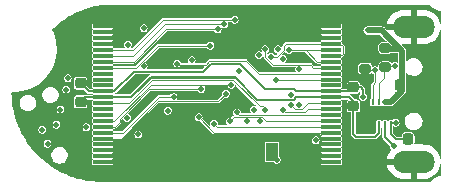
<source format=gbr>
%TF.GenerationSoftware,KiCad,Pcbnew,7.0.7*%
%TF.CreationDate,2024-04-01T13:07:59+02:00*%
%TF.ProjectId,ovrdrive,6f767264-7269-4766-952e-6b696361645f,rev?*%
%TF.SameCoordinates,Original*%
%TF.FileFunction,Copper,L4,Bot*%
%TF.FilePolarity,Positive*%
%FSLAX46Y46*%
G04 Gerber Fmt 4.6, Leading zero omitted, Abs format (unit mm)*
G04 Created by KiCad (PCBNEW 7.0.7) date 2024-04-01 13:07:59*
%MOMM*%
%LPD*%
G01*
G04 APERTURE LIST*
G04 Aperture macros list*
%AMRoundRect*
0 Rectangle with rounded corners*
0 $1 Rounding radius*
0 $2 $3 $4 $5 $6 $7 $8 $9 X,Y pos of 4 corners*
0 Add a 4 corners polygon primitive as box body*
4,1,4,$2,$3,$4,$5,$6,$7,$8,$9,$2,$3,0*
0 Add four circle primitives for the rounded corners*
1,1,$1+$1,$2,$3*
1,1,$1+$1,$4,$5*
1,1,$1+$1,$6,$7*
1,1,$1+$1,$8,$9*
0 Add four rect primitives between the rounded corners*
20,1,$1+$1,$2,$3,$4,$5,0*
20,1,$1+$1,$4,$5,$6,$7,0*
20,1,$1+$1,$6,$7,$8,$9,0*
20,1,$1+$1,$8,$9,$2,$3,0*%
G04 Aperture macros list end*
%TA.AperFunction,ComponentPad*%
%ADD10O,3.500000X1.900000*%
%TD*%
%TA.AperFunction,SMDPad,CuDef*%
%ADD11RoundRect,0.200000X0.275000X-0.200000X0.275000X0.200000X-0.275000X0.200000X-0.275000X-0.200000X0*%
%TD*%
%TA.AperFunction,SMDPad,CuDef*%
%ADD12RoundRect,0.225000X-0.250000X0.225000X-0.250000X-0.225000X0.250000X-0.225000X0.250000X0.225000X0*%
%TD*%
%TA.AperFunction,SMDPad,CuDef*%
%ADD13R,1.000000X1.500000*%
%TD*%
%TA.AperFunction,SMDPad,CuDef*%
%ADD14RoundRect,0.200000X-0.275000X0.200000X-0.275000X-0.200000X0.275000X-0.200000X0.275000X0.200000X0*%
%TD*%
%TA.AperFunction,SMDPad,CuDef*%
%ADD15RoundRect,0.011200X0.768800X0.128800X-0.768800X0.128800X-0.768800X-0.128800X0.768800X-0.128800X0*%
%TD*%
%TA.AperFunction,SMDPad,CuDef*%
%ADD16RoundRect,0.225000X-0.225000X-0.250000X0.225000X-0.250000X0.225000X0.250000X-0.225000X0.250000X0*%
%TD*%
%TA.AperFunction,SMDPad,CuDef*%
%ADD17R,0.250000X0.500000*%
%TD*%
%TA.AperFunction,SMDPad,CuDef*%
%ADD18R,1.600000X0.900000*%
%TD*%
%TA.AperFunction,ViaPad*%
%ADD19C,0.460000*%
%TD*%
%TA.AperFunction,Conductor*%
%ADD20C,0.100000*%
%TD*%
%TA.AperFunction,Conductor*%
%ADD21C,0.200000*%
%TD*%
%TA.AperFunction,Conductor*%
%ADD22C,0.500000*%
%TD*%
G04 APERTURE END LIST*
D10*
%TO.P,J1,5,Shield*%
%TO.N,GND*%
X142100000Y-98500000D03*
X142100000Y-109900000D03*
%TD*%
D11*
%TO.P,R14,1*%
%TO.N,/IN1*%
X139700000Y-101925000D03*
%TO.P,R14,2*%
%TO.N,+5V*%
X139700000Y-100275000D03*
%TD*%
D12*
%TO.P,C2,1*%
%TO.N,VMEM*%
X113900000Y-103275000D03*
%TO.P,C2,2*%
%TO.N,VS*%
X113900000Y-104825000D03*
%TD*%
D13*
%TO.P,JP1,1,A*%
%TO.N,GND*%
X128800000Y-109050000D03*
%TO.P,JP1,2,B*%
%TO.N,Net-(JP1-B)*%
X130100000Y-109050000D03*
%TD*%
D14*
%TO.P,R15,1*%
%TO.N,GND*%
X138000000Y-100375000D03*
%TO.P,R15,2*%
%TO.N,/IN2*%
X138000000Y-102025000D03*
%TD*%
D12*
%TO.P,C1,1*%
%TO.N,VMEM*%
X137000000Y-103625000D03*
%TO.P,C1,2*%
%TO.N,VS*%
X137000000Y-105175000D03*
%TD*%
D15*
%TO.P,U2,1,NC*%
%TO.N,unconnected-(U2B-NC-Pad1)*%
X135127500Y-98450000D03*
%TO.P,U2,2,NC*%
%TO.N,unconnected-(U2B-NC-Pad2)*%
X135127500Y-98950000D03*
%TO.P,U2,3,NC*%
%TO.N,unconnected-(U2B-NC-Pad3)*%
X135127500Y-99450000D03*
%TO.P,U2,4,R/~{B3}*%
%TO.N,/RB0*%
X135127500Y-99950000D03*
%TO.P,U2,5,R1/~{B2}*%
%TO.N,/RB1*%
X135127500Y-100450000D03*
%TO.P,U2,6,R/~{B1}*%
%TO.N,/RB0*%
X135127500Y-100950000D03*
%TO.P,U2,7,R1/~{B0}*%
%TO.N,/RB1*%
X135127500Y-101450000D03*
%TO.P,U2,8,~{RE}*%
%TO.N,/~{RE}*%
X135127500Y-101950000D03*
%TO.P,U2,9,~{CE}*%
%TO.N,Net-(U2A-~{CE})*%
X135127500Y-102450000D03*
%TO.P,U2,10,~{CE1}*%
%TO.N,/~{CE1}*%
X135127500Y-102950000D03*
%TO.P,U2,11,NC*%
%TO.N,unconnected-(U2B-NC-Pad11)*%
X135127500Y-103450000D03*
%TO.P,U2,12,VCC*%
%TO.N,VMEM*%
X135127500Y-103950000D03*
%TO.P,U2,13,VSS*%
%TO.N,VS*%
X135127500Y-104450000D03*
%TO.P,U2,14,~{CE2}*%
%TO.N,/~{CE2}*%
X135127500Y-104950000D03*
%TO.P,U2,15,~{CE3}*%
%TO.N,/~{CE3}*%
X135127500Y-105450000D03*
%TO.P,U2,16,CLE*%
%TO.N,/CLE*%
X135127500Y-105950000D03*
%TO.P,U2,17,ALE*%
%TO.N,/ALE*%
X135127500Y-106450000D03*
%TO.P,U2,18,~{WE}*%
%TO.N,/~{WE}*%
X135127500Y-106950000D03*
%TO.P,U2,19,~{WP}*%
%TO.N,/~{WP}*%
X135127500Y-107450000D03*
%TO.P,U2,20,NC*%
%TO.N,unconnected-(U2B-NC-Pad20)*%
X135127500Y-107950000D03*
%TO.P,U2,21,NC*%
%TO.N,unconnected-(U2B-NC-Pad21)*%
X135127500Y-108450000D03*
%TO.P,U2,22,NC*%
%TO.N,unconnected-(U2B-NC-Pad22)*%
X135127500Y-108950000D03*
%TO.P,U2,23,NC*%
%TO.N,unconnected-(U2B-NC-Pad23)*%
X135127500Y-109450000D03*
%TO.P,U2,24,NC*%
%TO.N,unconnected-(U2B-NC-Pad24)*%
X135127500Y-109950000D03*
%TO.P,U2,25,NC*%
%TO.N,unconnected-(U2B-NC-Pad25)*%
X115767500Y-109950000D03*
%TO.P,U2,26,NC*%
%TO.N,unconnected-(U2B-NC-Pad26)*%
X115767500Y-109450000D03*
%TO.P,U2,27,NC*%
%TO.N,unconnected-(U2B-NC-Pad27)*%
X115767500Y-108950000D03*
%TO.P,U2,28,NC*%
%TO.N,unconnected-(U2B-NC-Pad28)*%
X115767500Y-108450000D03*
%TO.P,U2,29,I/O0*%
%TO.N,/FD0*%
X115767500Y-107950000D03*
%TO.P,U2,30,I/O1*%
%TO.N,/FD1*%
X115767500Y-107450000D03*
%TO.P,U2,31,I/O2*%
%TO.N,/FD2*%
X115767500Y-106950000D03*
%TO.P,U2,32,I/O3*%
%TO.N,/FD3*%
X115767500Y-106450000D03*
%TO.P,U2,33,NC*%
%TO.N,unconnected-(U2B-NC-Pad33)*%
X115767500Y-105950000D03*
%TO.P,U2,34,NC*%
%TO.N,unconnected-(U2B-NC-Pad34)*%
X115767500Y-105450000D03*
%TO.P,U2,35,DQS*%
%TO.N,/DQS*%
X115767500Y-104950000D03*
%TO.P,U2,36,VSS*%
%TO.N,VS*%
X115767500Y-104450000D03*
%TO.P,U2,37,VCC*%
%TO.N,VMEM*%
X115767500Y-103950000D03*
%TO.P,U2,38,NC*%
%TO.N,unconnected-(U2B-NC-Pad38)*%
X115767500Y-103450000D03*
%TO.P,U2,39,NC*%
%TO.N,unconnected-(U2B-NC-Pad39)*%
X115767500Y-102950000D03*
%TO.P,U2,40,NC*%
%TO.N,unconnected-(U2B-NC-Pad40)*%
X115767500Y-102450000D03*
%TO.P,U2,41,I/O4*%
%TO.N,/FD4*%
X115767500Y-101950000D03*
%TO.P,U2,42,I/O5*%
%TO.N,/FD5*%
X115767500Y-101450000D03*
%TO.P,U2,43,I/O6*%
%TO.N,/FD6*%
X115767500Y-100950000D03*
%TO.P,U2,44,I/O7*%
%TO.N,/FD7*%
X115767500Y-100450000D03*
%TO.P,U2,45,NC*%
%TO.N,unconnected-(U2B-NC-Pad45)*%
X115767500Y-99950000D03*
%TO.P,U2,46,NC*%
%TO.N,unconnected-(U2B-NC-Pad46)*%
X115767500Y-99450000D03*
%TO.P,U2,47,NC*%
%TO.N,unconnected-(U2B-NC-Pad47)*%
X115767500Y-98950000D03*
%TO.P,U2,48,NC*%
%TO.N,unconnected-(U2B-NC-Pad48)*%
X115767500Y-98450000D03*
%TD*%
D16*
%TO.P,C16,1*%
%TO.N,+5V*%
X140925000Y-103400000D03*
%TO.P,C16,2*%
%TO.N,GND*%
X142475000Y-103400000D03*
%TD*%
D17*
%TO.P,U5,1,VM*%
%TO.N,+3.3V*%
X140150000Y-106750000D03*
%TO.P,U5,2,OUT1*%
%TO.N,VMEM*%
X139650000Y-106750000D03*
%TO.P,U5,3,OUT2*%
%TO.N,VS*%
X139150000Y-106750000D03*
%TO.P,U5,4,GND*%
%TO.N,GND*%
X138650000Y-106750000D03*
%TO.P,U5,5,IN2*%
%TO.N,/IN2*%
X138650000Y-104850000D03*
%TO.P,U5,6,IN1*%
%TO.N,/IN1*%
X139150000Y-104850000D03*
%TO.P,U5,7,~{SLEEP}*%
%TO.N,+5V*%
X139650000Y-104850000D03*
%TO.P,U5,8,VCC*%
X140150000Y-104850000D03*
D18*
%TO.P,U5,9,GND*%
%TO.N,GND*%
X139400000Y-105800000D03*
%TD*%
D16*
%TO.P,C15,1*%
%TO.N,+3.3V*%
X141625000Y-108000000D03*
%TO.P,C15,2*%
%TO.N,GND*%
X143175000Y-108000000D03*
%TD*%
D19*
%TO.N,+1V8*%
X131750000Y-104220000D03*
X127300000Y-102200000D03*
X128600000Y-105500000D03*
X131000000Y-101200000D03*
%TO.N,/SCK*%
X112700000Y-103800000D03*
X111859044Y-106772225D03*
%TO.N,/MOSI*%
X110665634Y-107206591D03*
X119243348Y-101843348D03*
%TO.N,/~{RST}*%
X112200500Y-105495000D03*
X121283771Y-105600000D03*
%TO.N,/INHIBIT*%
X117900000Y-100000000D03*
X112800000Y-102829500D03*
%TO.N,Net-(JP1-B)*%
X130500000Y-109750000D03*
%TO.N,/RB1*%
X131550000Y-100450000D03*
%TO.N,/RB0*%
X130050000Y-101010000D03*
%TO.N,/~{CE1}*%
X130450000Y-102950000D03*
%TO.N,/DQS*%
X129550000Y-105540500D03*
%TO.N,Net-(U2A-~{CE})*%
X122100000Y-101600000D03*
%TO.N,/~{CE3}*%
X131050000Y-105540500D03*
%TO.N,/~{CE2}*%
X131700000Y-105100000D03*
%TO.N,/~{RE}*%
X129550000Y-100400000D03*
%TO.N,/~{CE}*%
X119250000Y-98600000D03*
X128991864Y-100879856D03*
%TO.N,/~{WP}*%
X123900000Y-106150000D03*
%TO.N,/~{WE}*%
X125200000Y-106700000D03*
%TO.N,/ALE*%
X126550000Y-106500000D03*
%TO.N,/CLE*%
X127150000Y-105740500D03*
%TO.N,+3.3V*%
X128000000Y-106500000D03*
X130600000Y-100400000D03*
X140570500Y-106600000D03*
X132400000Y-102100000D03*
X129100000Y-106500000D03*
X123300000Y-101304500D03*
X132400000Y-105100000D03*
%TO.N,GND*%
X109000000Y-106200000D03*
X139600000Y-97400000D03*
X119800000Y-106500000D03*
X117600000Y-109800000D03*
X118200000Y-98400000D03*
X143600000Y-106600000D03*
X132350000Y-101200000D03*
X136500000Y-108600000D03*
X110200000Y-106000000D03*
X133000000Y-99000000D03*
X114600000Y-99200000D03*
X132500000Y-109000000D03*
X139750000Y-110950000D03*
X114100000Y-107900000D03*
X143600000Y-100400000D03*
X126950000Y-97150000D03*
X122550000Y-105950000D03*
X135500000Y-97050000D03*
X119900000Y-101300000D03*
X126400000Y-100400000D03*
X113030000Y-107950000D03*
X113350000Y-109800000D03*
X122100000Y-99400000D03*
X131000000Y-110600000D03*
X124600000Y-107400000D03*
X126300000Y-110800000D03*
X137000000Y-100400000D03*
X117600000Y-103800000D03*
%TO.N,+5V*%
X138200000Y-98800000D03*
X118800000Y-107600000D03*
X111100000Y-108400000D03*
X133800000Y-108095500D03*
%TO.N,/FD7*%
X126950000Y-97900000D03*
%TO.N,/FD6*%
X126072701Y-98279500D03*
%TO.N,/FD5*%
X125500000Y-98700000D03*
%TO.N,/FD4*%
X124900000Y-100100000D03*
%TO.N,/FD3*%
X126677375Y-103384648D03*
%TO.N,/FD2*%
X124104500Y-103764148D03*
%TO.N,/FD1*%
X121770207Y-104429793D03*
%TO.N,/FD0*%
X126204500Y-104150000D03*
%TO.N,VMEM*%
X140400000Y-108600000D03*
X137800000Y-104400000D03*
%TO.N,/IN1*%
X140520500Y-101800000D03*
X117845500Y-106200000D03*
%TO.N,/IN2*%
X138825627Y-102157685D03*
X114400000Y-107000000D03*
%TD*%
D20*
%TO.N,/RB1*%
X133950000Y-101450000D02*
X132950000Y-100450000D01*
X132950000Y-100450000D02*
X135127500Y-100450000D01*
X131550000Y-100450000D02*
X132950000Y-100450000D01*
X135127500Y-101450000D02*
X133950000Y-101450000D01*
%TO.N,/RB0*%
X131100000Y-100150000D02*
X131300000Y-99950000D01*
X135127500Y-100950000D02*
X135900000Y-100950000D01*
X130527402Y-101010000D02*
X131100000Y-100437402D01*
X136100000Y-100750000D02*
X136100000Y-100150000D01*
X130050000Y-101010000D02*
X130527402Y-101010000D01*
X131300000Y-99950000D02*
X135127500Y-99950000D01*
X136100000Y-100150000D02*
X135900000Y-99950000D01*
X131100000Y-100437402D02*
X131100000Y-100150000D01*
X135900000Y-100950000D02*
X136100000Y-100750000D01*
%TO.N,/~{CE1}*%
X135127500Y-102950000D02*
X130450000Y-102950000D01*
%TO.N,/DQS*%
X129061428Y-105231299D02*
X129368701Y-105231299D01*
X115767500Y-104950000D02*
X117984316Y-104950000D01*
X119934316Y-103000000D02*
X126830129Y-103000000D01*
X129550000Y-105412598D02*
X129550000Y-105540500D01*
X129368701Y-105231299D02*
X129550000Y-105412598D01*
X126830129Y-103000000D02*
X129061428Y-105231299D01*
X117984316Y-104950000D02*
X119934316Y-103000000D01*
%TO.N,Net-(U2A-~{CE})*%
X127920000Y-101400000D02*
X129000000Y-102480000D01*
X122184500Y-101684500D02*
X124515500Y-101684500D01*
X124800000Y-101400000D02*
X127920000Y-101400000D01*
X124515500Y-101684500D02*
X124800000Y-101400000D01*
X135127500Y-102450000D02*
X135097500Y-102480000D01*
X135097500Y-102480000D02*
X129000000Y-102480000D01*
X122100000Y-101600000D02*
X122184500Y-101684500D01*
%TO.N,/~{CE3}*%
X133150000Y-105450000D02*
X132920000Y-105680000D01*
X135127500Y-105450000D02*
X133150000Y-105450000D01*
X131189500Y-105680000D02*
X132920000Y-105680000D01*
X131050000Y-105540500D02*
X131189500Y-105680000D01*
%TO.N,/~{CE2}*%
X132080000Y-105480000D02*
X132620000Y-105480000D01*
X135127500Y-104950000D02*
X133150000Y-104950000D01*
X131700000Y-105100000D02*
X132080000Y-105480000D01*
X132620000Y-105480000D02*
X133150000Y-104950000D01*
%TO.N,/~{RE}*%
X129550000Y-100400000D02*
X129550000Y-101047402D01*
X129550000Y-101047402D02*
X130222598Y-101720000D01*
X130222598Y-101720000D02*
X133370000Y-101720000D01*
X133370000Y-101720000D02*
X133600000Y-101950000D01*
X133600000Y-101950000D02*
X135127500Y-101950000D01*
%TO.N,/~{WP}*%
X135127500Y-107450000D02*
X125200000Y-107450000D01*
X125200000Y-107450000D02*
X123900000Y-106150000D01*
%TO.N,/~{WE}*%
X125450000Y-106950000D02*
X125200000Y-106700000D01*
X135127500Y-106950000D02*
X125450000Y-106950000D01*
%TO.N,/ALE*%
X129587402Y-106450000D02*
X129257402Y-106120000D01*
X126930000Y-106120000D02*
X126550000Y-106500000D01*
X129257402Y-106120000D02*
X126930000Y-106120000D01*
X135127500Y-106450000D02*
X129587402Y-106450000D01*
%TO.N,/CLE*%
X127329500Y-105920000D02*
X127150000Y-105740500D01*
X135127500Y-105950000D02*
X135097500Y-105920000D01*
X135097500Y-105920000D02*
X127329500Y-105920000D01*
D21*
%TO.N,+3.3V*%
X140300000Y-106600000D02*
X140150000Y-106750000D01*
X140570500Y-106600000D02*
X140300000Y-106600000D01*
X140150000Y-107550000D02*
X140600000Y-108000000D01*
X140150000Y-106750000D02*
X140150000Y-107550000D01*
X140600000Y-108000000D02*
X141625000Y-108000000D01*
D22*
%TO.N,+5V*%
X141100000Y-103900000D02*
X140600000Y-104400000D01*
X138200000Y-98800000D02*
X139400000Y-98800000D01*
X140600000Y-104400000D02*
X140150000Y-104850000D01*
X141100000Y-100500000D02*
X141100000Y-103900000D01*
X139650000Y-104850000D02*
X140150000Y-104850000D01*
X139625000Y-100350000D02*
X140950000Y-100350000D01*
X140950000Y-100350000D02*
X141100000Y-100500000D01*
X140800000Y-104200000D02*
X140600000Y-104400000D01*
X139400000Y-98800000D02*
X139800000Y-99200000D01*
X139800000Y-99200000D02*
X140950000Y-100350000D01*
D20*
%TO.N,/FD7*%
X120850000Y-97900000D02*
X118300000Y-100450000D01*
X126950000Y-97900000D02*
X120850000Y-97900000D01*
X118300000Y-100450000D02*
X115767500Y-100450000D01*
%TO.N,/FD6*%
X126072701Y-98279500D02*
X121020500Y-98279500D01*
X118350000Y-100950000D02*
X115767500Y-100950000D01*
X121020500Y-98279500D02*
X118350000Y-100950000D01*
%TO.N,/FD5*%
X121150000Y-98700000D02*
X118400000Y-101450000D01*
X118400000Y-101450000D02*
X115767500Y-101450000D01*
X125500000Y-98700000D02*
X121150000Y-98700000D01*
%TO.N,/FD4*%
X120450000Y-100100000D02*
X118600000Y-101950000D01*
X124900000Y-100100000D02*
X120450000Y-100100000D01*
X118600000Y-101950000D02*
X115767500Y-101950000D01*
%TO.N,/FD3*%
X116767158Y-106450000D02*
X119832510Y-103384648D01*
X119832510Y-103384648D02*
X126677375Y-103384648D01*
X115767500Y-106450000D02*
X116767158Y-106450000D01*
%TO.N,/FD2*%
X115767500Y-106950000D02*
X116800000Y-106950000D01*
X117200000Y-106300000D02*
X119735852Y-103764148D01*
X117200000Y-106550000D02*
X117200000Y-106300000D01*
X119735852Y-103764148D02*
X124104500Y-103764148D01*
X116800000Y-106950000D02*
X117200000Y-106550000D01*
%TO.N,/FD1*%
X117500000Y-107450000D02*
X120520207Y-104429793D01*
X115767500Y-107450000D02*
X117500000Y-107450000D01*
X120520207Y-104429793D02*
X121770207Y-104429793D01*
%TO.N,/FD0*%
X117282842Y-107950000D02*
X115767500Y-107950000D01*
X125544707Y-104809793D02*
X120423049Y-104809793D01*
X120423049Y-104809793D02*
X117282842Y-107950000D01*
X126204500Y-104150000D02*
X125544707Y-104809793D01*
D21*
%TO.N,VMEM*%
X137000000Y-103625000D02*
X137625000Y-103625000D01*
X124903554Y-101650000D02*
X124280206Y-102273348D01*
X137625000Y-103625000D02*
X137800000Y-103800000D01*
X131990000Y-103790000D02*
X129498112Y-103790000D01*
X114575000Y-103950000D02*
X113900000Y-103275000D01*
X136625000Y-103950000D02*
X135127500Y-103950000D01*
X132150000Y-103950000D02*
X131990000Y-103790000D01*
X137800000Y-103800000D02*
X137800000Y-104400000D01*
X124280206Y-102273348D02*
X118426652Y-102273348D01*
X140400000Y-108600000D02*
X139650000Y-107850000D01*
X129498112Y-103790000D02*
X127358112Y-101650000D01*
X115767500Y-103950000D02*
X114575000Y-103950000D01*
X136975000Y-103600000D02*
X136625000Y-103950000D01*
X135127500Y-103950000D02*
X132150000Y-103950000D01*
X137000000Y-103625000D02*
X136975000Y-103600000D01*
X116750000Y-103950000D02*
X115767500Y-103950000D01*
X139650000Y-107850000D02*
X139650000Y-106750000D01*
X127358112Y-101650000D02*
X124903554Y-101650000D01*
X118426652Y-102273348D02*
X116750000Y-103950000D01*
%TO.N,VS*%
X132128112Y-104450000D02*
X131928112Y-104650000D01*
X139150000Y-107200000D02*
X139150000Y-107450000D01*
D20*
X118201474Y-104450000D02*
X119851474Y-102800000D01*
D21*
X128833683Y-104650000D02*
X126933683Y-102750000D01*
X139150000Y-106750000D02*
X139150000Y-107200000D01*
X131928112Y-104650000D02*
X128833683Y-104650000D01*
X137000000Y-105175000D02*
X137000000Y-104800000D01*
X135127500Y-104450000D02*
X132128112Y-104450000D01*
X119830762Y-102750000D02*
X118165381Y-104415381D01*
X139150000Y-107450000D02*
X138800000Y-107800000D01*
X137000000Y-107600000D02*
X137000000Y-105175000D01*
X137000000Y-104800000D02*
X136650000Y-104450000D01*
X137200000Y-107800000D02*
X137000000Y-107600000D01*
X138800000Y-107800000D02*
X137200000Y-107800000D01*
X114275000Y-104450000D02*
X113900000Y-104825000D01*
X136650000Y-104450000D02*
X135127500Y-104450000D01*
D20*
X119851474Y-102800000D02*
X126937402Y-102800000D01*
D21*
X126933683Y-102750000D02*
X119830762Y-102750000D01*
X115802119Y-104415381D02*
X115767500Y-104450000D01*
X115767500Y-104450000D02*
X114275000Y-104450000D01*
X118165381Y-104415381D02*
X115802119Y-104415381D01*
D20*
%TO.N,/IN1*%
X139600000Y-102800000D02*
X139150000Y-103250000D01*
X140520500Y-101800000D02*
X139825000Y-101800000D01*
X139600000Y-102025000D02*
X139600000Y-102800000D01*
X139825000Y-101800000D02*
X139600000Y-102025000D01*
X139150000Y-104850000D02*
X139150000Y-103250000D01*
%TO.N,/IN2*%
X138870000Y-102202058D02*
X138870000Y-103200000D01*
X138650000Y-103420000D02*
X138870000Y-103200000D01*
X138132685Y-102157685D02*
X138000000Y-102025000D01*
X138650000Y-104850000D02*
X138650000Y-103420000D01*
X138825627Y-102157685D02*
X138132685Y-102157685D01*
X138825627Y-102157685D02*
X138870000Y-102202058D01*
%TD*%
%TA.AperFunction,Conductor*%
%TO.N,GND*%
G36*
X143496587Y-96638571D02*
G01*
X143498954Y-96641111D01*
X143557533Y-96708643D01*
X143725459Y-96856897D01*
X143752417Y-96874984D01*
X143911470Y-96981700D01*
X144112322Y-97080875D01*
X144324501Y-97152687D01*
X144394379Y-97166368D01*
X144425623Y-97187109D01*
X144433963Y-97214455D01*
X144433963Y-98243065D01*
X144419611Y-98277713D01*
X144384963Y-98292065D01*
X144350315Y-98277713D01*
X144336631Y-98251130D01*
X144318229Y-98140853D01*
X144239774Y-97912323D01*
X144239770Y-97912313D01*
X144124777Y-97699825D01*
X144124768Y-97699811D01*
X143976364Y-97509141D01*
X143798588Y-97345488D01*
X143596313Y-97213335D01*
X143596307Y-97213331D01*
X143375036Y-97116273D01*
X143375037Y-97116273D01*
X143140801Y-97056956D01*
X142960303Y-97042000D01*
X142354000Y-97042000D01*
X142354000Y-98001000D01*
X142339648Y-98035648D01*
X142305000Y-98050000D01*
X141895000Y-98050000D01*
X141860352Y-98035648D01*
X141846000Y-98001000D01*
X141846000Y-97042000D01*
X141239697Y-97042000D01*
X141059198Y-97056956D01*
X140824963Y-97116273D01*
X140603692Y-97213331D01*
X140603686Y-97213335D01*
X140401411Y-97345488D01*
X140223635Y-97509141D01*
X140075231Y-97699811D01*
X140075222Y-97699825D01*
X139960229Y-97912313D01*
X139960225Y-97912323D01*
X139881770Y-98140853D01*
X139864225Y-98246000D01*
X140842162Y-98246000D01*
X140876810Y-98260352D01*
X140891162Y-98295000D01*
X140884597Y-98319497D01*
X140877371Y-98332013D01*
X140876376Y-98333738D01*
X140876374Y-98333744D01*
X140846190Y-98465988D01*
X140846190Y-98465991D01*
X140846190Y-98465992D01*
X140847801Y-98487484D01*
X140856326Y-98601260D01*
X140856326Y-98601262D01*
X140856327Y-98601265D01*
X140890014Y-98687099D01*
X140889314Y-98724594D01*
X140862304Y-98750613D01*
X140844402Y-98754000D01*
X139869977Y-98754000D01*
X139835329Y-98739648D01*
X139677136Y-98581454D01*
X139670762Y-98573605D01*
X139661714Y-98559756D01*
X139661437Y-98559331D01*
X139661435Y-98559329D01*
X139661433Y-98559327D01*
X139633657Y-98537709D01*
X139631386Y-98535704D01*
X139627307Y-98531625D01*
X139609561Y-98518955D01*
X139569126Y-98487483D01*
X139569124Y-98487482D01*
X139568852Y-98487389D01*
X139556302Y-98480928D01*
X139556069Y-98480761D01*
X139556067Y-98480760D01*
X139506954Y-98466138D01*
X139500458Y-98463908D01*
X139458488Y-98449500D01*
X139458487Y-98449500D01*
X139458205Y-98449500D01*
X139444221Y-98447462D01*
X139443954Y-98447382D01*
X139392769Y-98449500D01*
X138170960Y-98449500D01*
X138084619Y-98463908D01*
X138084618Y-98463908D01*
X138084615Y-98463909D01*
X137981746Y-98519579D01*
X137981741Y-98519583D01*
X137902516Y-98605643D01*
X137855527Y-98712765D01*
X137847074Y-98814783D01*
X137845868Y-98829344D01*
X137857430Y-98875000D01*
X137874584Y-98942742D01*
X137920017Y-99012283D01*
X137938563Y-99040669D01*
X137938567Y-99040672D01*
X138030873Y-99112516D01*
X138030876Y-99112518D01*
X138059612Y-99122383D01*
X138141512Y-99150500D01*
X139234522Y-99150500D01*
X139269170Y-99164852D01*
X139795170Y-99690852D01*
X139809522Y-99725500D01*
X139795170Y-99760148D01*
X139760522Y-99774500D01*
X139380141Y-99774500D01*
X139380131Y-99774501D01*
X139355007Y-99777415D01*
X139252233Y-99822794D01*
X139172794Y-99902233D01*
X139127415Y-100005006D01*
X139124500Y-100030134D01*
X139124500Y-100519858D01*
X139124501Y-100519868D01*
X139127415Y-100544992D01*
X139172794Y-100647766D01*
X139252233Y-100727205D01*
X139355006Y-100772584D01*
X139355009Y-100772585D01*
X139380135Y-100775500D01*
X140019864Y-100775499D01*
X140044991Y-100772585D01*
X140147765Y-100727206D01*
X140160118Y-100714853D01*
X140194765Y-100700500D01*
X140700500Y-100700500D01*
X140735148Y-100714852D01*
X140749500Y-100749500D01*
X140749500Y-101461659D01*
X140735148Y-101496307D01*
X140700500Y-101510659D01*
X140683741Y-101507704D01*
X140578776Y-101469500D01*
X140462224Y-101469500D01*
X140352702Y-101509363D01*
X140352700Y-101509364D01*
X140295549Y-101557320D01*
X140259781Y-101568598D01*
X140229404Y-101554432D01*
X140147766Y-101472794D01*
X140147767Y-101472794D01*
X140044993Y-101427415D01*
X140032428Y-101425957D01*
X140019865Y-101424500D01*
X140019863Y-101424500D01*
X139380141Y-101424500D01*
X139380131Y-101424501D01*
X139355007Y-101427415D01*
X139252233Y-101472794D01*
X139172794Y-101552233D01*
X139127415Y-101655006D01*
X139124500Y-101680134D01*
X139124500Y-101871951D01*
X139110148Y-101906599D01*
X139075500Y-101920951D01*
X139044004Y-101909487D01*
X138993430Y-101867051D01*
X138993424Y-101867048D01*
X138883903Y-101827185D01*
X138767351Y-101827185D01*
X138657829Y-101867047D01*
X138655993Y-101868589D01*
X138654158Y-101869167D01*
X138654119Y-101869190D01*
X138654113Y-101869181D01*
X138620225Y-101879863D01*
X138586960Y-101862544D01*
X138575499Y-101831050D01*
X138575499Y-101780141D01*
X138575498Y-101780135D01*
X138572585Y-101755009D01*
X138527206Y-101652235D01*
X138527205Y-101652234D01*
X138527205Y-101652233D01*
X138447766Y-101572794D01*
X138447767Y-101572794D01*
X138344993Y-101527415D01*
X138332428Y-101525957D01*
X138319865Y-101524500D01*
X138319863Y-101524500D01*
X137680141Y-101524500D01*
X137680131Y-101524501D01*
X137655007Y-101527415D01*
X137552233Y-101572794D01*
X137472794Y-101652233D01*
X137427415Y-101755006D01*
X137424500Y-101780134D01*
X137424500Y-102269858D01*
X137424501Y-102269868D01*
X137427415Y-102294992D01*
X137472794Y-102397766D01*
X137552233Y-102477205D01*
X137552234Y-102477205D01*
X137552235Y-102477206D01*
X137555904Y-102478826D01*
X137655006Y-102522584D01*
X137655009Y-102522585D01*
X137680135Y-102525500D01*
X138319864Y-102525499D01*
X138344991Y-102522585D01*
X138447765Y-102477206D01*
X138527206Y-102397765D01*
X138527207Y-102397761D01*
X138527562Y-102397407D01*
X138562210Y-102383055D01*
X138593707Y-102394519D01*
X138657825Y-102448320D01*
X138657828Y-102448321D01*
X138686173Y-102458638D01*
X138687259Y-102459033D01*
X138714909Y-102484370D01*
X138719500Y-102505078D01*
X138719500Y-103117364D01*
X138705148Y-103152012D01*
X138572096Y-103285065D01*
X138515064Y-103342096D01*
X138515064Y-103342097D01*
X138511425Y-103355678D01*
X138506531Y-103367494D01*
X138499500Y-103379671D01*
X138499499Y-103379674D01*
X138499499Y-103470069D01*
X138499500Y-103470074D01*
X138499500Y-104469977D01*
X138485148Y-104504625D01*
X138477722Y-104510719D01*
X138452544Y-104527541D01*
X138452543Y-104527542D01*
X138430330Y-104560786D01*
X138430330Y-104560787D01*
X138424500Y-104590095D01*
X138424500Y-105109894D01*
X138424501Y-105109898D01*
X138430331Y-105139213D01*
X138430331Y-105139214D01*
X138430332Y-105139215D01*
X138430332Y-105139216D01*
X138450567Y-105169500D01*
X138452543Y-105172457D01*
X138485787Y-105194669D01*
X138515101Y-105200500D01*
X138784898Y-105200499D01*
X138814213Y-105194669D01*
X138847457Y-105172457D01*
X138859258Y-105154793D01*
X138890439Y-105133959D01*
X138927222Y-105141274D01*
X138940740Y-105154792D01*
X138952543Y-105172457D01*
X138985787Y-105194669D01*
X139015101Y-105200500D01*
X139284898Y-105200499D01*
X139314213Y-105194669D01*
X139347457Y-105172457D01*
X139359258Y-105154793D01*
X139390439Y-105133959D01*
X139427222Y-105141274D01*
X139440740Y-105154792D01*
X139452543Y-105172457D01*
X139465822Y-105181329D01*
X139485784Y-105194668D01*
X139485786Y-105194668D01*
X139485787Y-105194669D01*
X139515101Y-105200500D01*
X139581761Y-105200499D01*
X139581767Y-105200500D01*
X139591512Y-105200500D01*
X140015101Y-105200500D01*
X140108567Y-105200500D01*
X140118622Y-105201543D01*
X140122566Y-105202369D01*
X140135315Y-105205043D01*
X140170250Y-105200688D01*
X140173284Y-105200500D01*
X140182984Y-105200500D01*
X140182996Y-105200499D01*
X140284895Y-105200499D01*
X140284898Y-105200499D01*
X140314213Y-105194669D01*
X140347457Y-105172457D01*
X140369669Y-105139213D01*
X140369669Y-105139210D01*
X140371517Y-105134752D01*
X140371947Y-105134930D01*
X140381612Y-105115910D01*
X140402957Y-105092724D01*
X140868375Y-104627307D01*
X140868375Y-104627306D01*
X141318545Y-104177134D01*
X141326387Y-104170767D01*
X141340669Y-104161437D01*
X141362303Y-104133639D01*
X141364306Y-104131374D01*
X141365180Y-104130500D01*
X141368375Y-104127306D01*
X141381038Y-104109569D01*
X141412517Y-104069126D01*
X141412605Y-104068867D01*
X141419077Y-104056292D01*
X141419240Y-104056066D01*
X141433861Y-104006954D01*
X141450500Y-103958488D01*
X141450500Y-103958202D01*
X141452537Y-103944222D01*
X141452617Y-103943954D01*
X141452495Y-103941013D01*
X141450500Y-103892758D01*
X141450500Y-103786636D01*
X141455091Y-103765928D01*
X141457497Y-103760767D01*
X141469259Y-103735545D01*
X141475500Y-103688139D01*
X141475499Y-103111862D01*
X141469259Y-103064455D01*
X141455090Y-103034071D01*
X141450500Y-103013363D01*
X141450500Y-102432228D01*
X141464852Y-102397580D01*
X141499500Y-102383228D01*
X141534148Y-102397580D01*
X141538804Y-102402968D01*
X141550387Y-102418528D01*
X141550389Y-102418529D01*
X141550390Y-102418530D01*
X141684786Y-102531302D01*
X141841567Y-102610040D01*
X142012279Y-102650500D01*
X142012280Y-102650500D01*
X142143705Y-102650500D01*
X142143709Y-102650500D01*
X142274255Y-102635241D01*
X142439117Y-102575237D01*
X142585696Y-102478830D01*
X142602292Y-102461240D01*
X142662515Y-102397407D01*
X142706092Y-102351218D01*
X142793812Y-102199281D01*
X142844130Y-102031210D01*
X142854331Y-101856065D01*
X142823865Y-101683289D01*
X142754377Y-101522196D01*
X142753114Y-101520500D01*
X142699722Y-101448782D01*
X142649610Y-101381470D01*
X142577747Y-101321170D01*
X142515214Y-101268698D01*
X142358434Y-101189960D01*
X142358432Y-101189959D01*
X142226100Y-101158596D01*
X142187721Y-101149500D01*
X142056291Y-101149500D01*
X141972175Y-101159332D01*
X141925743Y-101164759D01*
X141925742Y-101164760D01*
X141760883Y-101224762D01*
X141614305Y-101321169D01*
X141614299Y-101321173D01*
X141535141Y-101405077D01*
X141500925Y-101420430D01*
X141465874Y-101407092D01*
X141450521Y-101372876D01*
X141450500Y-101371451D01*
X141450500Y-100541431D01*
X141451543Y-100531375D01*
X141451871Y-100529811D01*
X141455043Y-100514685D01*
X141450688Y-100479749D01*
X141450500Y-100476716D01*
X141450500Y-100470964D01*
X141450500Y-100470960D01*
X141446912Y-100449459D01*
X141440573Y-100398607D01*
X141440447Y-100398350D01*
X141436138Y-100384893D01*
X141436092Y-100384620D01*
X141436092Y-100384619D01*
X141411704Y-100339555D01*
X141389198Y-100293516D01*
X141388998Y-100293316D01*
X141380551Y-100281988D01*
X141380418Y-100281742D01*
X141342724Y-100247042D01*
X141227136Y-100131454D01*
X141220762Y-100123605D01*
X141219895Y-100122278D01*
X141211437Y-100109331D01*
X141211435Y-100109330D01*
X141211435Y-100109329D01*
X141183658Y-100087709D01*
X141181380Y-100085698D01*
X141176682Y-100080999D01*
X141176652Y-100080971D01*
X141131392Y-100035711D01*
X141117041Y-100001064D01*
X141131393Y-99966416D01*
X141166041Y-99952064D01*
X141170088Y-99952231D01*
X141239698Y-99958000D01*
X141846000Y-99958000D01*
X141846000Y-98999000D01*
X141860352Y-98964352D01*
X141895000Y-98950000D01*
X142305000Y-98950000D01*
X142339648Y-98964352D01*
X142354000Y-98999000D01*
X142354000Y-99958000D01*
X142960303Y-99958000D01*
X143140801Y-99943043D01*
X143375036Y-99883726D01*
X143596307Y-99786668D01*
X143596313Y-99786664D01*
X143798588Y-99654511D01*
X143976364Y-99490858D01*
X144124768Y-99300188D01*
X144124777Y-99300174D01*
X144239770Y-99087686D01*
X144239774Y-99087676D01*
X144318229Y-98859146D01*
X144336631Y-98748869D01*
X144356490Y-98717056D01*
X144393028Y-98708602D01*
X144424841Y-98728461D01*
X144433963Y-98756934D01*
X144433963Y-109643065D01*
X144419611Y-109677713D01*
X144384963Y-109692065D01*
X144350315Y-109677713D01*
X144336631Y-109651130D01*
X144318229Y-109540853D01*
X144239774Y-109312323D01*
X144239770Y-109312313D01*
X144124777Y-109099825D01*
X144124768Y-109099811D01*
X143976364Y-108909141D01*
X143798588Y-108745488D01*
X143596313Y-108613335D01*
X143596307Y-108613331D01*
X143375036Y-108516273D01*
X143375037Y-108516273D01*
X143140801Y-108456956D01*
X142960303Y-108442000D01*
X142196533Y-108442000D01*
X142161885Y-108427648D01*
X142147533Y-108393000D01*
X142152124Y-108372292D01*
X142159553Y-108356359D01*
X142169259Y-108335545D01*
X142175500Y-108288139D01*
X142175499Y-107711862D01*
X142169259Y-107664455D01*
X142169258Y-107664453D01*
X142138944Y-107599444D01*
X142120747Y-107560421D01*
X142120746Y-107560420D01*
X142120745Y-107560418D01*
X142039581Y-107479254D01*
X142039579Y-107479253D01*
X141987862Y-107455137D01*
X141935546Y-107430741D01*
X141926063Y-107429492D01*
X141888139Y-107424500D01*
X141888135Y-107424500D01*
X141361867Y-107424500D01*
X141361861Y-107424501D01*
X141314454Y-107430740D01*
X141210420Y-107479253D01*
X141210418Y-107479254D01*
X141129254Y-107560418D01*
X141129253Y-107560420D01*
X141080742Y-107664452D01*
X141080741Y-107664453D01*
X141079247Y-107675801D01*
X141074642Y-107710789D01*
X141074500Y-107711864D01*
X141074500Y-107750500D01*
X141060148Y-107785148D01*
X141025500Y-107799500D01*
X140703345Y-107799500D01*
X140668697Y-107785148D01*
X140364852Y-107481303D01*
X140350500Y-107446655D01*
X140350500Y-107082765D01*
X140358757Y-107055543D01*
X140369669Y-107039213D01*
X140375500Y-107009899D01*
X140375499Y-106950714D01*
X140389850Y-106916067D01*
X140424498Y-106901715D01*
X140441258Y-106904670D01*
X140512224Y-106930500D01*
X140628776Y-106930500D01*
X140738299Y-106890636D01*
X140827583Y-106815718D01*
X140872883Y-106737256D01*
X140885858Y-106714783D01*
X140885858Y-106714782D01*
X140885859Y-106714781D01*
X140906098Y-106600000D01*
X140896212Y-106543935D01*
X141345669Y-106543935D01*
X141376135Y-106716711D01*
X141444884Y-106876091D01*
X141445624Y-106877806D01*
X141529800Y-106990873D01*
X141550390Y-107018530D01*
X141684786Y-107131302D01*
X141841567Y-107210040D01*
X142012279Y-107250500D01*
X142012280Y-107250500D01*
X142143705Y-107250500D01*
X142143709Y-107250500D01*
X142274255Y-107235241D01*
X142439117Y-107175237D01*
X142585696Y-107078830D01*
X142706092Y-106951218D01*
X142793812Y-106799281D01*
X142844130Y-106631210D01*
X142854331Y-106456065D01*
X142823865Y-106283289D01*
X142754377Y-106122196D01*
X142649610Y-105981470D01*
X142647567Y-105979756D01*
X142515214Y-105868698D01*
X142358434Y-105789960D01*
X142358432Y-105789959D01*
X142223184Y-105757905D01*
X142187721Y-105749500D01*
X142056291Y-105749500D01*
X141969260Y-105759672D01*
X141925743Y-105764759D01*
X141925742Y-105764760D01*
X141760883Y-105824762D01*
X141614305Y-105921169D01*
X141614299Y-105921173D01*
X141493912Y-106048776D01*
X141493907Y-106048783D01*
X141406189Y-106200716D01*
X141406185Y-106200725D01*
X141355871Y-106368785D01*
X141355869Y-106368792D01*
X141346451Y-106530500D01*
X141345669Y-106543935D01*
X140896212Y-106543935D01*
X140885859Y-106485219D01*
X140885858Y-106485217D01*
X140885858Y-106485216D01*
X140827584Y-106384283D01*
X140827582Y-106384280D01*
X140738299Y-106309364D01*
X140738297Y-106309363D01*
X140628776Y-106269500D01*
X140512224Y-106269500D01*
X140402702Y-106309363D01*
X140402700Y-106309364D01*
X140390621Y-106319500D01*
X140313420Y-106384280D01*
X140310134Y-106387037D01*
X140308770Y-106385412D01*
X140282077Y-106399313D01*
X140277799Y-106399500D01*
X140015105Y-106399500D01*
X140015104Y-106399500D01*
X140015102Y-106399501D01*
X139985787Y-106405331D01*
X139985786Y-106405331D01*
X139985784Y-106405332D01*
X139985783Y-106405332D01*
X139952543Y-106427542D01*
X139952542Y-106427543D01*
X139940740Y-106445206D01*
X139909557Y-106466041D01*
X139872775Y-106458723D01*
X139859259Y-106445207D01*
X139847457Y-106427543D01*
X139820248Y-106409363D01*
X139814212Y-106405330D01*
X139784901Y-106399500D01*
X139515105Y-106399500D01*
X139515104Y-106399500D01*
X139515102Y-106399501D01*
X139485787Y-106405331D01*
X139485786Y-106405331D01*
X139485784Y-106405332D01*
X139485783Y-106405332D01*
X139452543Y-106427542D01*
X139452542Y-106427543D01*
X139440740Y-106445206D01*
X139409557Y-106466041D01*
X139372775Y-106458723D01*
X139359259Y-106445207D01*
X139347457Y-106427543D01*
X139320248Y-106409363D01*
X139314212Y-106405330D01*
X139284901Y-106399500D01*
X139015105Y-106399500D01*
X139015104Y-106399500D01*
X139015102Y-106399501D01*
X138985787Y-106405331D01*
X138985786Y-106405331D01*
X138985784Y-106405332D01*
X138985783Y-106405332D01*
X138952543Y-106427542D01*
X138930330Y-106460786D01*
X138930330Y-106460787D01*
X138924500Y-106490095D01*
X138924500Y-107009894D01*
X138924501Y-107009898D01*
X138926712Y-107021015D01*
X138930331Y-107039213D01*
X138930333Y-107039217D01*
X138941242Y-107055543D01*
X138949500Y-107082766D01*
X138949500Y-107346654D01*
X138935148Y-107381302D01*
X138731303Y-107585148D01*
X138696655Y-107599500D01*
X137303346Y-107599500D01*
X137268698Y-107585148D01*
X137214852Y-107531302D01*
X137200500Y-107496654D01*
X137200500Y-105774499D01*
X137214852Y-105739851D01*
X137249500Y-105725499D01*
X137288133Y-105725499D01*
X137288138Y-105725499D01*
X137335545Y-105719259D01*
X137439579Y-105670747D01*
X137520747Y-105589579D01*
X137569259Y-105485545D01*
X137575500Y-105438139D01*
X137575499Y-104911862D01*
X137569259Y-104864455D01*
X137569258Y-104864453D01*
X137542816Y-104807748D01*
X137520747Y-104760421D01*
X137520746Y-104760420D01*
X137520745Y-104760418D01*
X137439581Y-104679254D01*
X137439579Y-104679253D01*
X137365997Y-104644941D01*
X137335546Y-104630741D01*
X137326063Y-104629492D01*
X137288139Y-104624500D01*
X137288135Y-104624500D01*
X137128346Y-104624500D01*
X137093698Y-104610148D01*
X136821750Y-104338201D01*
X136812249Y-104324809D01*
X136810789Y-104321777D01*
X136802306Y-104315012D01*
X136784876Y-104301111D01*
X136782838Y-104299289D01*
X136775801Y-104292252D01*
X136775799Y-104292251D01*
X136767370Y-104286953D01*
X136765130Y-104285363D01*
X136736848Y-104262809D01*
X136718707Y-104229985D01*
X136729089Y-104193948D01*
X136761913Y-104175807D01*
X136767382Y-104175499D01*
X137288138Y-104175499D01*
X137335545Y-104169259D01*
X137439579Y-104120747D01*
X137469691Y-104090635D01*
X137515852Y-104044475D01*
X137550500Y-104030123D01*
X137585148Y-104044475D01*
X137599500Y-104079123D01*
X137599500Y-104113953D01*
X137585148Y-104148601D01*
X137581997Y-104151489D01*
X137542917Y-104184280D01*
X137542915Y-104184283D01*
X137484641Y-104285216D01*
X137464402Y-104400000D01*
X137484641Y-104514783D01*
X137542915Y-104615716D01*
X137542917Y-104615719D01*
X137610913Y-104672773D01*
X137632201Y-104690636D01*
X137741724Y-104730500D01*
X137858276Y-104730500D01*
X137967799Y-104690636D01*
X138057083Y-104615718D01*
X138088798Y-104560786D01*
X138115358Y-104514783D01*
X138115358Y-104514782D01*
X138115359Y-104514781D01*
X138135598Y-104400000D01*
X138115359Y-104285219D01*
X138115358Y-104285217D01*
X138115358Y-104285216D01*
X138057084Y-104184283D01*
X138057082Y-104184280D01*
X138018003Y-104151489D01*
X138000686Y-104118223D01*
X138000500Y-104113953D01*
X138000500Y-103842388D01*
X138003251Y-103826202D01*
X138003622Y-103825140D01*
X138004362Y-103823026D01*
X138000653Y-103790113D01*
X138000500Y-103787369D01*
X138000500Y-103777409D01*
X137998284Y-103767703D01*
X137997823Y-103764990D01*
X137995145Y-103741220D01*
X137994115Y-103732076D01*
X137992321Y-103729221D01*
X137986038Y-103714049D01*
X137985290Y-103710769D01*
X137985289Y-103710767D01*
X137964634Y-103684868D01*
X137963042Y-103682625D01*
X137957748Y-103674198D01*
X137950701Y-103667151D01*
X137948877Y-103665110D01*
X137944268Y-103659331D01*
X137928224Y-103639212D01*
X137928223Y-103639211D01*
X137925185Y-103637748D01*
X137911800Y-103628250D01*
X137796750Y-103513201D01*
X137787249Y-103499809D01*
X137785789Y-103496777D01*
X137785788Y-103496776D01*
X137759876Y-103476111D01*
X137757838Y-103474289D01*
X137750801Y-103467252D01*
X137750799Y-103467251D01*
X137742370Y-103461953D01*
X137740130Y-103460363D01*
X137714230Y-103439709D01*
X137710944Y-103438959D01*
X137695778Y-103432677D01*
X137692926Y-103430885D01*
X137692922Y-103430883D01*
X137660006Y-103427175D01*
X137657296Y-103426715D01*
X137647590Y-103424500D01*
X137637632Y-103424500D01*
X137634891Y-103424346D01*
X137627608Y-103423525D01*
X137619012Y-103422557D01*
X137586189Y-103404415D01*
X137575499Y-103373865D01*
X137575499Y-103361867D01*
X137575499Y-103361864D01*
X137575499Y-103361862D01*
X137569259Y-103314455D01*
X137569258Y-103314453D01*
X137534851Y-103240667D01*
X137520747Y-103210421D01*
X137520746Y-103210420D01*
X137520745Y-103210418D01*
X137439581Y-103129254D01*
X137439579Y-103129253D01*
X137335547Y-103080742D01*
X137335546Y-103080741D01*
X137326063Y-103079492D01*
X137288139Y-103074500D01*
X137288135Y-103074500D01*
X136711867Y-103074500D01*
X136711861Y-103074501D01*
X136664454Y-103080740D01*
X136560420Y-103129253D01*
X136560418Y-103129254D01*
X136479254Y-103210418D01*
X136479253Y-103210420D01*
X136430742Y-103314452D01*
X136430741Y-103314453D01*
X136430741Y-103314454D01*
X136430741Y-103314455D01*
X136424500Y-103361861D01*
X136424500Y-103549500D01*
X136424501Y-103700500D01*
X136410149Y-103735148D01*
X136375501Y-103749500D01*
X136004911Y-103749500D01*
X135977680Y-103741237D01*
X135976932Y-103740737D01*
X135956103Y-103709550D01*
X135963426Y-103672769D01*
X135973436Y-103662761D01*
X135973419Y-103662744D01*
X135976830Y-103659332D01*
X135976831Y-103659331D01*
X136001519Y-103622383D01*
X136008000Y-103589800D01*
X136008000Y-103310200D01*
X136001519Y-103277617D01*
X135976831Y-103240669D01*
X135976830Y-103240667D01*
X135973419Y-103237256D01*
X135974134Y-103236540D01*
X135956105Y-103209564D01*
X135963418Y-103172781D01*
X135973437Y-103162762D01*
X135973419Y-103162744D01*
X135976830Y-103159332D01*
X135981721Y-103152012D01*
X136001519Y-103122383D01*
X136008000Y-103089800D01*
X136008000Y-102810200D01*
X136001519Y-102777617D01*
X135976831Y-102740669D01*
X135976830Y-102740667D01*
X135973419Y-102737256D01*
X135974134Y-102736540D01*
X135956105Y-102709564D01*
X135963418Y-102672781D01*
X135973437Y-102662762D01*
X135973419Y-102662744D01*
X135976830Y-102659332D01*
X135976831Y-102659331D01*
X136001519Y-102622383D01*
X136008000Y-102589800D01*
X136008000Y-102310200D01*
X136001519Y-102277617D01*
X135976831Y-102240669D01*
X135976830Y-102240667D01*
X135973419Y-102237256D01*
X135974134Y-102236540D01*
X135956105Y-102209564D01*
X135963418Y-102172781D01*
X135973437Y-102162762D01*
X135973419Y-102162744D01*
X135976830Y-102159332D01*
X135979283Y-102155661D01*
X136001519Y-102122383D01*
X136008000Y-102089800D01*
X136008000Y-101810200D01*
X136001519Y-101777617D01*
X135976831Y-101740669D01*
X135976830Y-101740667D01*
X135973419Y-101737256D01*
X135974134Y-101736540D01*
X135956105Y-101709564D01*
X135963418Y-101672781D01*
X135973437Y-101662762D01*
X135973419Y-101662744D01*
X135976830Y-101659332D01*
X135976831Y-101659331D01*
X136001519Y-101622383D01*
X136008000Y-101589800D01*
X136008000Y-101310200D01*
X136001519Y-101277617D01*
X135976831Y-101240669D01*
X135976830Y-101240667D01*
X135973419Y-101237256D01*
X135974134Y-101236540D01*
X135956105Y-101209564D01*
X135963418Y-101172781D01*
X135973437Y-101162762D01*
X135973419Y-101162744D01*
X135976830Y-101159332D01*
X135977322Y-101158596D01*
X136001519Y-101122383D01*
X136008000Y-101089800D01*
X136008000Y-101075136D01*
X136022352Y-101040488D01*
X136041822Y-101021018D01*
X136041826Y-101021011D01*
X136220430Y-100842409D01*
X136234935Y-100827904D01*
X136238574Y-100814319D01*
X136243471Y-100802499D01*
X136245577Y-100798853D01*
X136250500Y-100790327D01*
X136250501Y-100709673D01*
X136250500Y-100709671D01*
X136250500Y-100130186D01*
X136250500Y-100130185D01*
X136250500Y-100109673D01*
X136243466Y-100097491D01*
X136238573Y-100085678D01*
X136234935Y-100072096D01*
X136177905Y-100015065D01*
X136177903Y-100015064D01*
X136175111Y-100012272D01*
X136175111Y-100012271D01*
X136175108Y-100012269D01*
X136022352Y-99859512D01*
X136008000Y-99824864D01*
X136008000Y-99810203D01*
X136008000Y-99810202D01*
X136008000Y-99810200D01*
X136001519Y-99777617D01*
X135989258Y-99759267D01*
X135976830Y-99740667D01*
X135973419Y-99737256D01*
X135974134Y-99736540D01*
X135956105Y-99709564D01*
X135963418Y-99672781D01*
X135973437Y-99662762D01*
X135973419Y-99662744D01*
X135976830Y-99659332D01*
X135976831Y-99659331D01*
X136001519Y-99622383D01*
X136008000Y-99589800D01*
X136008000Y-99310200D01*
X136001519Y-99277617D01*
X135976831Y-99240669D01*
X135976830Y-99240667D01*
X135973419Y-99237256D01*
X135974134Y-99236540D01*
X135956105Y-99209564D01*
X135963418Y-99172781D01*
X135973437Y-99162762D01*
X135973419Y-99162744D01*
X135976830Y-99159332D01*
X135976831Y-99159331D01*
X136001519Y-99122383D01*
X136008000Y-99089800D01*
X136008000Y-98810200D01*
X136001519Y-98777617D01*
X135985739Y-98754000D01*
X135976830Y-98740667D01*
X135973419Y-98737256D01*
X135974134Y-98736540D01*
X135956105Y-98709564D01*
X135963418Y-98672781D01*
X135973437Y-98662762D01*
X135973419Y-98662744D01*
X135976830Y-98659332D01*
X135976831Y-98659331D01*
X136001519Y-98622383D01*
X136008000Y-98589800D01*
X136008000Y-98310200D01*
X136001519Y-98277617D01*
X135983821Y-98251130D01*
X135976831Y-98240668D01*
X135939883Y-98215981D01*
X135939882Y-98215981D01*
X135907300Y-98209500D01*
X134347700Y-98209500D01*
X134323262Y-98214360D01*
X134315116Y-98215981D01*
X134278168Y-98240668D01*
X134253481Y-98277616D01*
X134253480Y-98277617D01*
X134253481Y-98277617D01*
X134247000Y-98310200D01*
X134247000Y-98589800D01*
X134251018Y-98610000D01*
X134253481Y-98622383D01*
X134278169Y-98659332D01*
X134281581Y-98662744D01*
X134280866Y-98663458D01*
X134298895Y-98690441D01*
X134291578Y-98727224D01*
X134281563Y-98737238D01*
X134281581Y-98737256D01*
X134278169Y-98740667D01*
X134253481Y-98777616D01*
X134253480Y-98777617D01*
X134253481Y-98777617D01*
X134247000Y-98810200D01*
X134247000Y-99089800D01*
X134251519Y-99112517D01*
X134253481Y-99122383D01*
X134278169Y-99159332D01*
X134281581Y-99162744D01*
X134280866Y-99163458D01*
X134298895Y-99190441D01*
X134291578Y-99227224D01*
X134281563Y-99237238D01*
X134281581Y-99237256D01*
X134278169Y-99240667D01*
X134253481Y-99277616D01*
X134253480Y-99277617D01*
X134253481Y-99277617D01*
X134247000Y-99310200D01*
X134247000Y-99589800D01*
X134253481Y-99622383D01*
X134278169Y-99659332D01*
X134281581Y-99662744D01*
X134280866Y-99663458D01*
X134298895Y-99690441D01*
X134291578Y-99727224D01*
X134281563Y-99737238D01*
X134281581Y-99737256D01*
X134278171Y-99740665D01*
X134269078Y-99754273D01*
X134253481Y-99777617D01*
X134253480Y-99777619D01*
X134253412Y-99777722D01*
X134222229Y-99798558D01*
X134212669Y-99799500D01*
X131259671Y-99799500D01*
X131247494Y-99806531D01*
X131235678Y-99811425D01*
X131222098Y-99815063D01*
X131222097Y-99815064D01*
X131165065Y-99872095D01*
X131165064Y-99872096D01*
X131022096Y-100015065D01*
X130965064Y-100072096D01*
X130965064Y-100072097D01*
X130961425Y-100085678D01*
X130956531Y-100097494D01*
X130949500Y-100109671D01*
X130949499Y-100109674D01*
X130949499Y-100161481D01*
X130935147Y-100196129D01*
X130900498Y-100210480D01*
X130865850Y-100196128D01*
X130858064Y-100185980D01*
X130857084Y-100184283D01*
X130857082Y-100184280D01*
X130767799Y-100109364D01*
X130767797Y-100109363D01*
X130658276Y-100069500D01*
X130541724Y-100069500D01*
X130432202Y-100109363D01*
X130432200Y-100109364D01*
X130342917Y-100184280D01*
X130342915Y-100184283D01*
X130284641Y-100285216D01*
X130264402Y-100400000D01*
X130284641Y-100514783D01*
X130342915Y-100615716D01*
X130342917Y-100615719D01*
X130398982Y-100662762D01*
X130432201Y-100690636D01*
X130449499Y-100696932D01*
X130507820Y-100718160D01*
X130535470Y-100743497D01*
X130537106Y-100780964D01*
X130525709Y-100798853D01*
X130479414Y-100845148D01*
X130444768Y-100859500D01*
X130373027Y-100859500D01*
X130338379Y-100845148D01*
X130330592Y-100835000D01*
X130307084Y-100794283D01*
X130307082Y-100794280D01*
X130217799Y-100719364D01*
X130217797Y-100719363D01*
X130108276Y-100679500D01*
X129991724Y-100679500D01*
X129882202Y-100719363D01*
X129882200Y-100719364D01*
X129792917Y-100794280D01*
X129792915Y-100794283D01*
X129791934Y-100795983D01*
X129790685Y-100796940D01*
X129790162Y-100797565D01*
X129790023Y-100797448D01*
X129762180Y-100818812D01*
X129724998Y-100813915D01*
X129702169Y-100784161D01*
X129700500Y-100771482D01*
X129700500Y-100765072D01*
X129700500Y-100727998D01*
X129714850Y-100693353D01*
X129717979Y-100690484D01*
X129807083Y-100615718D01*
X129852906Y-100536350D01*
X129865358Y-100514783D01*
X129865358Y-100514782D01*
X129865359Y-100514781D01*
X129885598Y-100400000D01*
X129865359Y-100285219D01*
X129865358Y-100285217D01*
X129865358Y-100285216D01*
X129807084Y-100184283D01*
X129807082Y-100184280D01*
X129717799Y-100109364D01*
X129717797Y-100109363D01*
X129608276Y-100069500D01*
X129491724Y-100069500D01*
X129382202Y-100109363D01*
X129382200Y-100109364D01*
X129292917Y-100184280D01*
X129292915Y-100184283D01*
X129234641Y-100285216D01*
X129214402Y-100400000D01*
X129234641Y-100514783D01*
X129249512Y-100540539D01*
X129254407Y-100577721D01*
X129231577Y-100607474D01*
X129194395Y-100612369D01*
X129175581Y-100602576D01*
X129159663Y-100589220D01*
X129159661Y-100589219D01*
X129050140Y-100549356D01*
X128933588Y-100549356D01*
X128824066Y-100589219D01*
X128824064Y-100589220D01*
X128734781Y-100664136D01*
X128734779Y-100664139D01*
X128676505Y-100765072D01*
X128656266Y-100879856D01*
X128676505Y-100994639D01*
X128734779Y-101095572D01*
X128734781Y-101095575D01*
X128799933Y-101150243D01*
X128824065Y-101170492D01*
X128933588Y-101210356D01*
X129050140Y-101210356D01*
X129159663Y-101170492D01*
X129248947Y-101095574D01*
X129307223Y-100994637D01*
X129307223Y-100994632D01*
X129308063Y-100993179D01*
X129337816Y-100970349D01*
X129374999Y-100975243D01*
X129397829Y-101004996D01*
X129399499Y-101017678D01*
X129399499Y-101087727D01*
X129399500Y-101087729D01*
X129406531Y-101099907D01*
X129411425Y-101111724D01*
X129415063Y-101125302D01*
X129415064Y-101125304D01*
X129415065Y-101125306D01*
X129472095Y-101182337D01*
X129478986Y-101189228D01*
X129478989Y-101189230D01*
X130087663Y-101797904D01*
X130144694Y-101854935D01*
X130158276Y-101858573D01*
X130170089Y-101863466D01*
X130182271Y-101870500D01*
X130202784Y-101870500D01*
X132066003Y-101870500D01*
X132100651Y-101884852D01*
X132115003Y-101919500D01*
X132108438Y-101944000D01*
X132084641Y-101985216D01*
X132064402Y-102100000D01*
X132084641Y-102214783D01*
X132108438Y-102256000D01*
X132113333Y-102293183D01*
X132090503Y-102322935D01*
X132066003Y-102329500D01*
X129082635Y-102329500D01*
X129047987Y-102315148D01*
X128530743Y-101797904D01*
X128012409Y-101279570D01*
X128001537Y-101268698D01*
X127997905Y-101265065D01*
X127997902Y-101265063D01*
X127984322Y-101261425D01*
X127972505Y-101256531D01*
X127960327Y-101249500D01*
X127960324Y-101249499D01*
X127873973Y-101249499D01*
X127873965Y-101249500D01*
X124759671Y-101249500D01*
X124747494Y-101256531D01*
X124735678Y-101261425D01*
X124722098Y-101265063D01*
X124722097Y-101265064D01*
X124722095Y-101265065D01*
X124722096Y-101265065D01*
X124665065Y-101322095D01*
X124665064Y-101322096D01*
X124559746Y-101427415D01*
X124467513Y-101519648D01*
X124432865Y-101534000D01*
X123633997Y-101534000D01*
X123599349Y-101519648D01*
X123584997Y-101485000D01*
X123591562Y-101460500D01*
X123615358Y-101419283D01*
X123615358Y-101419282D01*
X123615359Y-101419281D01*
X123635598Y-101304500D01*
X123615359Y-101189719D01*
X123615358Y-101189717D01*
X123615358Y-101189716D01*
X123557084Y-101088783D01*
X123557082Y-101088780D01*
X123467799Y-101013864D01*
X123467797Y-101013863D01*
X123358276Y-100974000D01*
X123241724Y-100974000D01*
X123132202Y-101013863D01*
X123132200Y-101013864D01*
X123042917Y-101088780D01*
X123042915Y-101088783D01*
X122984641Y-101189716D01*
X122964402Y-101304500D01*
X122984641Y-101419283D01*
X123008438Y-101460500D01*
X123013333Y-101497683D01*
X122990503Y-101527435D01*
X122966003Y-101534000D01*
X122465076Y-101534000D01*
X122430428Y-101519648D01*
X122416821Y-101493510D01*
X122415359Y-101485219D01*
X122381986Y-101427415D01*
X122357084Y-101384283D01*
X122357082Y-101384280D01*
X122267799Y-101309364D01*
X122267797Y-101309363D01*
X122158276Y-101269500D01*
X122041724Y-101269500D01*
X121932202Y-101309363D01*
X121932200Y-101309364D01*
X121842917Y-101384280D01*
X121842915Y-101384283D01*
X121784641Y-101485216D01*
X121764402Y-101600000D01*
X121784641Y-101714783D01*
X121842915Y-101815716D01*
X121842917Y-101815719D01*
X121907012Y-101869500D01*
X121932201Y-101890636D01*
X122041724Y-101930500D01*
X122158276Y-101930500D01*
X122267799Y-101890636D01*
X122320442Y-101846463D01*
X122351938Y-101835000D01*
X124316709Y-101835000D01*
X124351357Y-101849352D01*
X124365709Y-101884000D01*
X124351357Y-101918648D01*
X124211509Y-102058496D01*
X124176861Y-102072848D01*
X119577345Y-102072848D01*
X119542697Y-102058496D01*
X119528345Y-102023848D01*
X119534910Y-101999348D01*
X119558706Y-101958131D01*
X119558706Y-101958130D01*
X119558707Y-101958129D01*
X119578946Y-101843348D01*
X119558707Y-101728567D01*
X119558706Y-101728565D01*
X119558706Y-101728564D01*
X119500432Y-101627631D01*
X119500430Y-101627628D01*
X119411147Y-101552712D01*
X119411145Y-101552711D01*
X119336044Y-101525376D01*
X119308394Y-101500039D01*
X119306758Y-101462572D01*
X119318153Y-101444685D01*
X120497986Y-100264851D01*
X120532635Y-100250500D01*
X124576973Y-100250500D01*
X124611621Y-100264852D01*
X124619408Y-100275000D01*
X124642915Y-100315716D01*
X124642917Y-100315719D01*
X124719825Y-100380251D01*
X124732201Y-100390636D01*
X124841724Y-100430500D01*
X124958276Y-100430500D01*
X125067799Y-100390636D01*
X125157083Y-100315718D01*
X125202383Y-100237256D01*
X125215358Y-100214783D01*
X125215358Y-100214782D01*
X125215359Y-100214781D01*
X125235598Y-100100000D01*
X125215359Y-99985219D01*
X125215358Y-99985217D01*
X125215358Y-99985216D01*
X125157084Y-99884283D01*
X125157082Y-99884280D01*
X125067799Y-99809364D01*
X125067797Y-99809363D01*
X124958276Y-99769500D01*
X124841724Y-99769500D01*
X124732202Y-99809363D01*
X124732200Y-99809364D01*
X124642917Y-99884280D01*
X124642915Y-99884283D01*
X124619408Y-99925000D01*
X124589655Y-99947830D01*
X124576973Y-99949500D01*
X120409671Y-99949500D01*
X120397494Y-99956531D01*
X120385678Y-99961425D01*
X120372098Y-99965063D01*
X120372097Y-99965064D01*
X120372095Y-99965065D01*
X120372096Y-99965065D01*
X120315065Y-100022095D01*
X120315064Y-100022096D01*
X119427797Y-100909364D01*
X118552013Y-101785148D01*
X118517365Y-101799500D01*
X116682331Y-101799500D01*
X116647683Y-101785148D01*
X116641588Y-101777722D01*
X116641519Y-101777619D01*
X116641519Y-101777617D01*
X116616831Y-101740669D01*
X116616830Y-101740668D01*
X116616828Y-101740665D01*
X116613419Y-101737256D01*
X116614134Y-101736540D01*
X116596105Y-101709564D01*
X116603418Y-101672781D01*
X116613437Y-101662762D01*
X116613419Y-101662744D01*
X116616828Y-101659334D01*
X116616829Y-101659332D01*
X116616831Y-101659331D01*
X116641519Y-101622383D01*
X116641519Y-101622380D01*
X116641588Y-101622278D01*
X116672771Y-101601442D01*
X116682331Y-101600500D01*
X118440327Y-101600500D01*
X118452501Y-101593469D01*
X118464319Y-101588574D01*
X118477904Y-101584935D01*
X118534935Y-101527905D01*
X118534935Y-101527903D01*
X118541824Y-101521015D01*
X118541826Y-101521011D01*
X121197986Y-98864852D01*
X121232635Y-98850500D01*
X125176973Y-98850500D01*
X125211621Y-98864852D01*
X125219408Y-98875000D01*
X125242915Y-98915716D01*
X125242917Y-98915719D01*
X125300877Y-98964352D01*
X125332201Y-98990636D01*
X125441724Y-99030500D01*
X125558276Y-99030500D01*
X125667799Y-98990636D01*
X125757083Y-98915718D01*
X125794737Y-98850500D01*
X125815358Y-98814783D01*
X125815358Y-98814782D01*
X125815359Y-98814781D01*
X125835598Y-98700000D01*
X125835597Y-98699998D01*
X125835598Y-98699997D01*
X125820066Y-98611916D01*
X125828182Y-98575302D01*
X125859812Y-98555152D01*
X125896426Y-98563268D01*
X125899816Y-98565870D01*
X125904897Y-98570133D01*
X125904900Y-98570134D01*
X125904902Y-98570136D01*
X126014425Y-98610000D01*
X126130977Y-98610000D01*
X126240500Y-98570136D01*
X126329784Y-98495218D01*
X126367438Y-98430000D01*
X126388059Y-98394283D01*
X126388059Y-98394282D01*
X126388060Y-98394281D01*
X126408299Y-98279500D01*
X126388060Y-98164719D01*
X126388059Y-98164717D01*
X126388059Y-98164716D01*
X126364551Y-98124000D01*
X126359656Y-98086818D01*
X126382486Y-98057065D01*
X126406986Y-98050500D01*
X126626973Y-98050500D01*
X126661621Y-98064852D01*
X126669408Y-98075000D01*
X126692915Y-98115716D01*
X126692917Y-98115719D01*
X126751314Y-98164719D01*
X126782201Y-98190636D01*
X126891724Y-98230500D01*
X127008276Y-98230500D01*
X127117799Y-98190636D01*
X127207083Y-98115718D01*
X127245025Y-98050000D01*
X127265358Y-98014783D01*
X127265358Y-98014782D01*
X127265359Y-98014781D01*
X127285598Y-97900000D01*
X127265359Y-97785219D01*
X127265358Y-97785217D01*
X127265358Y-97785216D01*
X127207084Y-97684283D01*
X127207082Y-97684280D01*
X127117799Y-97609364D01*
X127117797Y-97609363D01*
X127008276Y-97569500D01*
X126891724Y-97569500D01*
X126782202Y-97609363D01*
X126782200Y-97609364D01*
X126692917Y-97684280D01*
X126692915Y-97684283D01*
X126669408Y-97725000D01*
X126639655Y-97747830D01*
X126626973Y-97749500D01*
X120809671Y-97749500D01*
X120797494Y-97756531D01*
X120785678Y-97761425D01*
X120772098Y-97765063D01*
X120772097Y-97765064D01*
X120715065Y-97822095D01*
X120715064Y-97822096D01*
X118252013Y-100285148D01*
X118217365Y-100299500D01*
X118191863Y-100299500D01*
X118157215Y-100285148D01*
X118142863Y-100250500D01*
X118155501Y-100219988D01*
X118154327Y-100219003D01*
X118157080Y-100215719D01*
X118157083Y-100215718D01*
X118206465Y-100130186D01*
X118215358Y-100114783D01*
X118215358Y-100114782D01*
X118215359Y-100114781D01*
X118235598Y-100000000D01*
X118215359Y-99885219D01*
X118215358Y-99885217D01*
X118215358Y-99885216D01*
X118157084Y-99784283D01*
X118157082Y-99784280D01*
X118067799Y-99709364D01*
X118067797Y-99709363D01*
X117958276Y-99669500D01*
X117841724Y-99669500D01*
X117732202Y-99709363D01*
X117732200Y-99709364D01*
X117642917Y-99784280D01*
X117642915Y-99784283D01*
X117584641Y-99885216D01*
X117564402Y-100000000D01*
X117584641Y-100114783D01*
X117642915Y-100215716D01*
X117645673Y-100219003D01*
X117644498Y-100219988D01*
X117657137Y-100250500D01*
X117642785Y-100285148D01*
X117608137Y-100299500D01*
X116682331Y-100299500D01*
X116647683Y-100285148D01*
X116641588Y-100277722D01*
X116641519Y-100277619D01*
X116641519Y-100277617D01*
X116616831Y-100240669D01*
X116616830Y-100240668D01*
X116616828Y-100240665D01*
X116613419Y-100237256D01*
X116614134Y-100236540D01*
X116596105Y-100209564D01*
X116603418Y-100172781D01*
X116613437Y-100162762D01*
X116613419Y-100162744D01*
X116616830Y-100159332D01*
X116620546Y-100153771D01*
X116641519Y-100122383D01*
X116648000Y-100089800D01*
X116648000Y-99810200D01*
X116641519Y-99777617D01*
X116629258Y-99759267D01*
X116616830Y-99740667D01*
X116613419Y-99737256D01*
X116614134Y-99736540D01*
X116596105Y-99709564D01*
X116603418Y-99672781D01*
X116613437Y-99662762D01*
X116613419Y-99662744D01*
X116616830Y-99659332D01*
X116616831Y-99659331D01*
X116641519Y-99622383D01*
X116648000Y-99589800D01*
X116648000Y-99310200D01*
X116641519Y-99277617D01*
X116616831Y-99240669D01*
X116616830Y-99240667D01*
X116613419Y-99237256D01*
X116614134Y-99236540D01*
X116596105Y-99209564D01*
X116603418Y-99172781D01*
X116613437Y-99162762D01*
X116613419Y-99162744D01*
X116616830Y-99159332D01*
X116616831Y-99159331D01*
X116641519Y-99122383D01*
X116648000Y-99089800D01*
X116648000Y-98810200D01*
X116641519Y-98777617D01*
X116625739Y-98754000D01*
X116616830Y-98740667D01*
X116613419Y-98737256D01*
X116614134Y-98736540D01*
X116596105Y-98709564D01*
X116603418Y-98672781D01*
X116613437Y-98662762D01*
X116613419Y-98662744D01*
X116616830Y-98659332D01*
X116616831Y-98659331D01*
X116641519Y-98622383D01*
X116645971Y-98600000D01*
X118914402Y-98600000D01*
X118934641Y-98714783D01*
X118992915Y-98815716D01*
X118992917Y-98815719D01*
X119057629Y-98870018D01*
X119082201Y-98890636D01*
X119191724Y-98930500D01*
X119308276Y-98930500D01*
X119417799Y-98890636D01*
X119507083Y-98815718D01*
X119552383Y-98737256D01*
X119565358Y-98714783D01*
X119565358Y-98714782D01*
X119565359Y-98714781D01*
X119585598Y-98600000D01*
X119565359Y-98485219D01*
X119565358Y-98485217D01*
X119565358Y-98485216D01*
X119507084Y-98384283D01*
X119507082Y-98384280D01*
X119417799Y-98309364D01*
X119417797Y-98309363D01*
X119308276Y-98269500D01*
X119191724Y-98269500D01*
X119082202Y-98309363D01*
X119082200Y-98309364D01*
X118992917Y-98384280D01*
X118992915Y-98384283D01*
X118934641Y-98485216D01*
X118914402Y-98600000D01*
X116645971Y-98600000D01*
X116648000Y-98589800D01*
X116648000Y-98310200D01*
X116641519Y-98277617D01*
X116623821Y-98251130D01*
X116616831Y-98240668D01*
X116579883Y-98215981D01*
X116579882Y-98215981D01*
X116547300Y-98209500D01*
X114987700Y-98209500D01*
X114963262Y-98214360D01*
X114955116Y-98215981D01*
X114918168Y-98240668D01*
X114893481Y-98277616D01*
X114893480Y-98277617D01*
X114893481Y-98277617D01*
X114887000Y-98310200D01*
X114887000Y-98589800D01*
X114891018Y-98610000D01*
X114893481Y-98622383D01*
X114918169Y-98659332D01*
X114921581Y-98662744D01*
X114920866Y-98663458D01*
X114938895Y-98690441D01*
X114931578Y-98727224D01*
X114921563Y-98737238D01*
X114921581Y-98737256D01*
X114918169Y-98740667D01*
X114893481Y-98777616D01*
X114893480Y-98777617D01*
X114893481Y-98777617D01*
X114887000Y-98810200D01*
X114887000Y-99089800D01*
X114891519Y-99112517D01*
X114893481Y-99122383D01*
X114918169Y-99159332D01*
X114921581Y-99162744D01*
X114920866Y-99163458D01*
X114938895Y-99190441D01*
X114931578Y-99227224D01*
X114921563Y-99237238D01*
X114921581Y-99237256D01*
X114918169Y-99240667D01*
X114893481Y-99277616D01*
X114893480Y-99277617D01*
X114893481Y-99277617D01*
X114887000Y-99310200D01*
X114887000Y-99589800D01*
X114893481Y-99622383D01*
X114918169Y-99659332D01*
X114921581Y-99662744D01*
X114920866Y-99663458D01*
X114938895Y-99690441D01*
X114931578Y-99727224D01*
X114921563Y-99737238D01*
X114921581Y-99737256D01*
X114918169Y-99740667D01*
X114893481Y-99777616D01*
X114893480Y-99777617D01*
X114893481Y-99777617D01*
X114887000Y-99810200D01*
X114887000Y-100089800D01*
X114890953Y-100109673D01*
X114893481Y-100122383D01*
X114918169Y-100159332D01*
X114921581Y-100162744D01*
X114920866Y-100163458D01*
X114938895Y-100190441D01*
X114931578Y-100227224D01*
X114921563Y-100237238D01*
X114921581Y-100237256D01*
X114918169Y-100240667D01*
X114893481Y-100277616D01*
X114891969Y-100285219D01*
X114887000Y-100310200D01*
X114887000Y-100589800D01*
X114893288Y-100621414D01*
X114893481Y-100622383D01*
X114918169Y-100659332D01*
X114921581Y-100662744D01*
X114920866Y-100663458D01*
X114938895Y-100690441D01*
X114931578Y-100727224D01*
X114921563Y-100737238D01*
X114921581Y-100737256D01*
X114918169Y-100740667D01*
X114893481Y-100777616D01*
X114892815Y-100780964D01*
X114887000Y-100810200D01*
X114887000Y-101089800D01*
X114891361Y-101111724D01*
X114893481Y-101122383D01*
X114918169Y-101159332D01*
X114921581Y-101162744D01*
X114920866Y-101163458D01*
X114938895Y-101190441D01*
X114931578Y-101227224D01*
X114921563Y-101237238D01*
X114921581Y-101237256D01*
X114918169Y-101240667D01*
X114893481Y-101277616D01*
X114891983Y-101285148D01*
X114887000Y-101310200D01*
X114887000Y-101589800D01*
X114889129Y-101600501D01*
X114893481Y-101622383D01*
X114918169Y-101659332D01*
X114921581Y-101662744D01*
X114920866Y-101663458D01*
X114938895Y-101690441D01*
X114931578Y-101727224D01*
X114921563Y-101737238D01*
X114921581Y-101737256D01*
X114918169Y-101740667D01*
X114893481Y-101777616D01*
X114893480Y-101777617D01*
X114893481Y-101777617D01*
X114887000Y-101810200D01*
X114887000Y-102089800D01*
X114889129Y-102100501D01*
X114893481Y-102122383D01*
X114918169Y-102159332D01*
X114921581Y-102162744D01*
X114920866Y-102163458D01*
X114938895Y-102190441D01*
X114931578Y-102227224D01*
X114921563Y-102237238D01*
X114921581Y-102237256D01*
X114918169Y-102240667D01*
X114893481Y-102277616D01*
X114892141Y-102284354D01*
X114887000Y-102310200D01*
X114887000Y-102589800D01*
X114892000Y-102614935D01*
X114893481Y-102622383D01*
X114918169Y-102659332D01*
X114921581Y-102662744D01*
X114920866Y-102663458D01*
X114938895Y-102690441D01*
X114931578Y-102727224D01*
X114921563Y-102737238D01*
X114921581Y-102737256D01*
X114918169Y-102740667D01*
X114893481Y-102777616D01*
X114893155Y-102779254D01*
X114887000Y-102810200D01*
X114887000Y-103089800D01*
X114892483Y-103117364D01*
X114893481Y-103122383D01*
X114918169Y-103159332D01*
X114921581Y-103162744D01*
X114920866Y-103163458D01*
X114938895Y-103190441D01*
X114931578Y-103227224D01*
X114921563Y-103237238D01*
X114921581Y-103237256D01*
X114918169Y-103240667D01*
X114893481Y-103277616D01*
X114892343Y-103283339D01*
X114887000Y-103310200D01*
X114887000Y-103589800D01*
X114889966Y-103604709D01*
X114893481Y-103622383D01*
X114918169Y-103659332D01*
X114921581Y-103662744D01*
X114920866Y-103663458D01*
X114938895Y-103690441D01*
X114931578Y-103727224D01*
X114918092Y-103740720D01*
X114917345Y-103741220D01*
X114890089Y-103749500D01*
X114678345Y-103749500D01*
X114643697Y-103735148D01*
X114489234Y-103580685D01*
X114474882Y-103546037D01*
X114475301Y-103539643D01*
X114475500Y-103538139D01*
X114475499Y-103011862D01*
X114469259Y-102964455D01*
X114469258Y-102964453D01*
X114429529Y-102879254D01*
X114420747Y-102860421D01*
X114420746Y-102860420D01*
X114420745Y-102860418D01*
X114339581Y-102779254D01*
X114339579Y-102779253D01*
X114297592Y-102759674D01*
X114235546Y-102730741D01*
X114226063Y-102729492D01*
X114188139Y-102724500D01*
X114188135Y-102724500D01*
X113611867Y-102724500D01*
X113611861Y-102724501D01*
X113564454Y-102730740D01*
X113460420Y-102779253D01*
X113460418Y-102779254D01*
X113379254Y-102860418D01*
X113379253Y-102860420D01*
X113330742Y-102964452D01*
X113330741Y-102964453D01*
X113324500Y-103011864D01*
X113324500Y-103538132D01*
X113324501Y-103538138D01*
X113330740Y-103585545D01*
X113379253Y-103689579D01*
X113379254Y-103689581D01*
X113460418Y-103770745D01*
X113460420Y-103770746D01*
X113460421Y-103770747D01*
X113564455Y-103819259D01*
X113611861Y-103825500D01*
X114146654Y-103825499D01*
X114181302Y-103839851D01*
X114403249Y-104061798D01*
X114412748Y-104075185D01*
X114414212Y-104078224D01*
X114440114Y-104098880D01*
X114442151Y-104100700D01*
X114449199Y-104107748D01*
X114457622Y-104113041D01*
X114459861Y-104114630D01*
X114471002Y-104123514D01*
X114485769Y-104135290D01*
X114485771Y-104135290D01*
X114485772Y-104135291D01*
X114489054Y-104136040D01*
X114504220Y-104142321D01*
X114507076Y-104144116D01*
X114540006Y-104147825D01*
X114542686Y-104148280D01*
X114552410Y-104150500D01*
X114562368Y-104150500D01*
X114565110Y-104150653D01*
X114573429Y-104151591D01*
X114575355Y-104151808D01*
X114589655Y-104159711D01*
X114598346Y-104154249D01*
X114601207Y-104153248D01*
X114617389Y-104150500D01*
X114890089Y-104150500D01*
X114917320Y-104158763D01*
X114918068Y-104159263D01*
X114938897Y-104190450D01*
X114931574Y-104227231D01*
X114918068Y-104240737D01*
X114917320Y-104241237D01*
X114890089Y-104249500D01*
X114614531Y-104249500D01*
X114594079Y-104241028D01*
X114569870Y-104249500D01*
X114317389Y-104249500D01*
X114301204Y-104246750D01*
X114298025Y-104245637D01*
X114268085Y-104249010D01*
X114265110Y-104249346D01*
X114262368Y-104249500D01*
X114252407Y-104249500D01*
X114242701Y-104251714D01*
X114239994Y-104252174D01*
X114207075Y-104255883D01*
X114207073Y-104255884D01*
X114204214Y-104257681D01*
X114189062Y-104263958D01*
X114185771Y-104264709D01*
X114180795Y-104267106D01*
X114180317Y-104266113D01*
X114156347Y-104274500D01*
X113611867Y-104274500D01*
X113611861Y-104274501D01*
X113564454Y-104280740D01*
X113460420Y-104329253D01*
X113460418Y-104329254D01*
X113379254Y-104410418D01*
X113379253Y-104410420D01*
X113330742Y-104514452D01*
X113330741Y-104514453D01*
X113330740Y-104514455D01*
X113330741Y-104514455D01*
X113324642Y-104560787D01*
X113324500Y-104561864D01*
X113324500Y-105088132D01*
X113324501Y-105088138D01*
X113330740Y-105135545D01*
X113379253Y-105239579D01*
X113379254Y-105239581D01*
X113460418Y-105320745D01*
X113460420Y-105320746D01*
X113460421Y-105320747D01*
X113564455Y-105369259D01*
X113611861Y-105375500D01*
X114188138Y-105375499D01*
X114235545Y-105369259D01*
X114339579Y-105320747D01*
X114420747Y-105239579D01*
X114469259Y-105135545D01*
X114475500Y-105088139D01*
X114475499Y-104699499D01*
X114489851Y-104664852D01*
X114524499Y-104650500D01*
X114890089Y-104650500D01*
X114917307Y-104658755D01*
X114918054Y-104659254D01*
X114938893Y-104690434D01*
X114931581Y-104727217D01*
X114921563Y-104737238D01*
X114921581Y-104737256D01*
X114918169Y-104740667D01*
X114893481Y-104777616D01*
X114891983Y-104785148D01*
X114887000Y-104810200D01*
X114887000Y-105089800D01*
X114889316Y-105101442D01*
X114893481Y-105122383D01*
X114918169Y-105159332D01*
X114921581Y-105162744D01*
X114920866Y-105163458D01*
X114938895Y-105190441D01*
X114931578Y-105227224D01*
X114921563Y-105237238D01*
X114921581Y-105237256D01*
X114918169Y-105240667D01*
X114893481Y-105277616D01*
X114892156Y-105284280D01*
X114887000Y-105310200D01*
X114887000Y-105589800D01*
X114890975Y-105609783D01*
X114893481Y-105622383D01*
X114918169Y-105659332D01*
X114921581Y-105662744D01*
X114920866Y-105663458D01*
X114938895Y-105690441D01*
X114931578Y-105727224D01*
X114921563Y-105737238D01*
X114921581Y-105737256D01*
X114918169Y-105740667D01*
X114893481Y-105777616D01*
X114893480Y-105777617D01*
X114893481Y-105777617D01*
X114887000Y-105810200D01*
X114887000Y-106089800D01*
X114892147Y-106115674D01*
X114893481Y-106122383D01*
X114918169Y-106159332D01*
X114921581Y-106162744D01*
X114920866Y-106163458D01*
X114938895Y-106190441D01*
X114931578Y-106227224D01*
X114921563Y-106237238D01*
X114921581Y-106237256D01*
X114918169Y-106240667D01*
X114893481Y-106277616D01*
X114893480Y-106277617D01*
X114893481Y-106277617D01*
X114887000Y-106310200D01*
X114887000Y-106589800D01*
X114891969Y-106614781D01*
X114893481Y-106622383D01*
X114918169Y-106659332D01*
X114921581Y-106662744D01*
X114920866Y-106663458D01*
X114938895Y-106690441D01*
X114931578Y-106727224D01*
X114921563Y-106737238D01*
X114921581Y-106737256D01*
X114918169Y-106740667D01*
X114893481Y-106777616D01*
X114893480Y-106777617D01*
X114893481Y-106777617D01*
X114887000Y-106810200D01*
X114887000Y-107089800D01*
X114889571Y-107102725D01*
X114893481Y-107122383D01*
X114918169Y-107159332D01*
X114921581Y-107162744D01*
X114920866Y-107163458D01*
X114938895Y-107190441D01*
X114931578Y-107227224D01*
X114921563Y-107237238D01*
X114921581Y-107237256D01*
X114918169Y-107240667D01*
X114893481Y-107277616D01*
X114893480Y-107277617D01*
X114893481Y-107277617D01*
X114887000Y-107310200D01*
X114887000Y-107589800D01*
X114893162Y-107620778D01*
X114893481Y-107622383D01*
X114918169Y-107659332D01*
X114921581Y-107662744D01*
X114920866Y-107663458D01*
X114938895Y-107690441D01*
X114931578Y-107727224D01*
X114921563Y-107737238D01*
X114921581Y-107737256D01*
X114918169Y-107740667D01*
X114893481Y-107777616D01*
X114893480Y-107777617D01*
X114893481Y-107777617D01*
X114887000Y-107810200D01*
X114887000Y-108089800D01*
X114891376Y-108111798D01*
X114893481Y-108122383D01*
X114918169Y-108159332D01*
X114921581Y-108162744D01*
X114920866Y-108163458D01*
X114938895Y-108190441D01*
X114931578Y-108227224D01*
X114921563Y-108237238D01*
X114921581Y-108237256D01*
X114918169Y-108240667D01*
X114893481Y-108277616D01*
X114891969Y-108285219D01*
X114887000Y-108310200D01*
X114887000Y-108589800D01*
X114893481Y-108622383D01*
X114918169Y-108659332D01*
X114921581Y-108662744D01*
X114920866Y-108663458D01*
X114938895Y-108690441D01*
X114931578Y-108727224D01*
X114921563Y-108737238D01*
X114921581Y-108737256D01*
X114918169Y-108740667D01*
X114893481Y-108777616D01*
X114893480Y-108777617D01*
X114893481Y-108777617D01*
X114887000Y-108810200D01*
X114887000Y-109089800D01*
X114893481Y-109122383D01*
X114918169Y-109159332D01*
X114921581Y-109162744D01*
X114920866Y-109163458D01*
X114938895Y-109190441D01*
X114931578Y-109227224D01*
X114921563Y-109237238D01*
X114921581Y-109237256D01*
X114918169Y-109240667D01*
X114893481Y-109277616D01*
X114893480Y-109277617D01*
X114893481Y-109277617D01*
X114887000Y-109310200D01*
X114887000Y-109589800D01*
X114892263Y-109616260D01*
X114893481Y-109622383D01*
X114918169Y-109659332D01*
X114921581Y-109662744D01*
X114920866Y-109663458D01*
X114938895Y-109690441D01*
X114931578Y-109727224D01*
X114921563Y-109737238D01*
X114921581Y-109737256D01*
X114918169Y-109740667D01*
X114893481Y-109777616D01*
X114891860Y-109785762D01*
X114887000Y-109810200D01*
X114887000Y-110089800D01*
X114893481Y-110122383D01*
X114918168Y-110159331D01*
X114942856Y-110175826D01*
X114955117Y-110184019D01*
X114987700Y-110190500D01*
X114987703Y-110190500D01*
X116547297Y-110190500D01*
X116547300Y-110190500D01*
X116579883Y-110184019D01*
X116616831Y-110159331D01*
X116641519Y-110122383D01*
X116648000Y-110089800D01*
X116648000Y-109810200D01*
X116647939Y-109809894D01*
X129499500Y-109809894D01*
X129499501Y-109809898D01*
X129505331Y-109839213D01*
X129505331Y-109839214D01*
X129505332Y-109839215D01*
X129505332Y-109839216D01*
X129527542Y-109872456D01*
X129527543Y-109872457D01*
X129560787Y-109894669D01*
X129590101Y-109900500D01*
X130176972Y-109900499D01*
X130211620Y-109914851D01*
X130219407Y-109924999D01*
X130242915Y-109965716D01*
X130242917Y-109965719D01*
X130285280Y-110001265D01*
X130332201Y-110040636D01*
X130441724Y-110080500D01*
X130558276Y-110080500D01*
X130667799Y-110040636D01*
X130757083Y-109965718D01*
X130815359Y-109864781D01*
X130835598Y-109750000D01*
X130815359Y-109635219D01*
X130815358Y-109635217D01*
X130815358Y-109635216D01*
X130757084Y-109534283D01*
X130757082Y-109534281D01*
X130718003Y-109501490D01*
X130700685Y-109468225D01*
X130700499Y-109463954D01*
X130700499Y-108290105D01*
X130700499Y-108290102D01*
X130694669Y-108260787D01*
X130694667Y-108260784D01*
X130694667Y-108260783D01*
X130672457Y-108227543D01*
X130639212Y-108205330D01*
X130609901Y-108199500D01*
X129590105Y-108199500D01*
X129590104Y-108199500D01*
X129590102Y-108199501D01*
X129560787Y-108205331D01*
X129560786Y-108205331D01*
X129560784Y-108205332D01*
X129560783Y-108205332D01*
X129527543Y-108227542D01*
X129505330Y-108260786D01*
X129505330Y-108260787D01*
X129499500Y-108290095D01*
X129499500Y-109809894D01*
X116647939Y-109809894D01*
X116641519Y-109777617D01*
X116616831Y-109740669D01*
X116616830Y-109740667D01*
X116613419Y-109737256D01*
X116614134Y-109736540D01*
X116596105Y-109709564D01*
X116603418Y-109672781D01*
X116613437Y-109662762D01*
X116613419Y-109662744D01*
X116616830Y-109659332D01*
X116616831Y-109659331D01*
X116641519Y-109622383D01*
X116648000Y-109589800D01*
X116648000Y-109310200D01*
X116641519Y-109277617D01*
X116616831Y-109240669D01*
X116616830Y-109240667D01*
X116613419Y-109237256D01*
X116614134Y-109236540D01*
X116596105Y-109209564D01*
X116603418Y-109172781D01*
X116613437Y-109162762D01*
X116613419Y-109162744D01*
X116616830Y-109159332D01*
X116616831Y-109159331D01*
X116641519Y-109122383D01*
X116648000Y-109089800D01*
X116648000Y-108810200D01*
X116641519Y-108777617D01*
X116616831Y-108740669D01*
X116616830Y-108740667D01*
X116613419Y-108737256D01*
X116614134Y-108736540D01*
X116596105Y-108709564D01*
X116603418Y-108672781D01*
X116613437Y-108662762D01*
X116613419Y-108662744D01*
X116616830Y-108659332D01*
X116616831Y-108659331D01*
X116641519Y-108622383D01*
X116648000Y-108589800D01*
X116648000Y-108310200D01*
X116641519Y-108277617D01*
X116616831Y-108240669D01*
X116616830Y-108240667D01*
X116613419Y-108237256D01*
X116614134Y-108236540D01*
X116596105Y-108209564D01*
X116603418Y-108172781D01*
X116613437Y-108162762D01*
X116613419Y-108162744D01*
X116616828Y-108159334D01*
X116616829Y-108159332D01*
X116616831Y-108159331D01*
X116641519Y-108122383D01*
X116641519Y-108122380D01*
X116641588Y-108122278D01*
X116672771Y-108101442D01*
X116682331Y-108100500D01*
X117323169Y-108100500D01*
X117331826Y-108095500D01*
X133464402Y-108095500D01*
X133466847Y-108109364D01*
X133484641Y-108210283D01*
X133542915Y-108311216D01*
X133542917Y-108311219D01*
X133571912Y-108335548D01*
X133632201Y-108386136D01*
X133741724Y-108426000D01*
X133858276Y-108426000D01*
X133967799Y-108386136D01*
X134057083Y-108311218D01*
X134092716Y-108249500D01*
X134115358Y-108210283D01*
X134115358Y-108210282D01*
X134115359Y-108210281D01*
X134135598Y-108095500D01*
X134115359Y-107980719D01*
X134115358Y-107980717D01*
X134115358Y-107980716D01*
X134057084Y-107879783D01*
X134057082Y-107879780D01*
X133967799Y-107804864D01*
X133967797Y-107804863D01*
X133858276Y-107765000D01*
X133741724Y-107765000D01*
X133632202Y-107804863D01*
X133632200Y-107804864D01*
X133542917Y-107879780D01*
X133542915Y-107879783D01*
X133484641Y-107980716D01*
X133466265Y-108084934D01*
X133464402Y-108095500D01*
X117331826Y-108095500D01*
X117335343Y-108093469D01*
X117347161Y-108088574D01*
X117360746Y-108084935D01*
X117417777Y-108027905D01*
X117417777Y-108027903D01*
X117424666Y-108021015D01*
X117424668Y-108021011D01*
X117845679Y-107600000D01*
X118464402Y-107600000D01*
X118484641Y-107714783D01*
X118542915Y-107815716D01*
X118542917Y-107815719D01*
X118619263Y-107879780D01*
X118632201Y-107890636D01*
X118741724Y-107930500D01*
X118858276Y-107930500D01*
X118967799Y-107890636D01*
X119057083Y-107815718D01*
X119102383Y-107737256D01*
X119115358Y-107714783D01*
X119115358Y-107714782D01*
X119115359Y-107714781D01*
X119135598Y-107600000D01*
X119115359Y-107485219D01*
X119115358Y-107485217D01*
X119115358Y-107485216D01*
X119057084Y-107384283D01*
X119057082Y-107384280D01*
X118967799Y-107309364D01*
X118967797Y-107309363D01*
X118858276Y-107269500D01*
X118741724Y-107269500D01*
X118632202Y-107309363D01*
X118632200Y-107309364D01*
X118542917Y-107384280D01*
X118542915Y-107384283D01*
X118484641Y-107485216D01*
X118464402Y-107600000D01*
X117845679Y-107600000D01*
X119845680Y-105600000D01*
X120948173Y-105600000D01*
X120968412Y-105714783D01*
X121026686Y-105815716D01*
X121026688Y-105815719D01*
X121078702Y-105859363D01*
X121115972Y-105890636D01*
X121225495Y-105930500D01*
X121342047Y-105930500D01*
X121451570Y-105890636D01*
X121540854Y-105815718D01*
X121586155Y-105737254D01*
X121599129Y-105714783D01*
X121599129Y-105714782D01*
X121599130Y-105714781D01*
X121619369Y-105600000D01*
X121599130Y-105485219D01*
X121599129Y-105485217D01*
X121599129Y-105485216D01*
X121540855Y-105384283D01*
X121540853Y-105384280D01*
X121451570Y-105309364D01*
X121451568Y-105309363D01*
X121342047Y-105269500D01*
X121225495Y-105269500D01*
X121115973Y-105309363D01*
X121115971Y-105309364D01*
X121026688Y-105384280D01*
X121026686Y-105384283D01*
X120968412Y-105485216D01*
X120948173Y-105600000D01*
X119845680Y-105600000D01*
X120471035Y-104974645D01*
X120505684Y-104960293D01*
X125585034Y-104960293D01*
X125597208Y-104953262D01*
X125609026Y-104948367D01*
X125622611Y-104944728D01*
X125679642Y-104887698D01*
X125679642Y-104887696D01*
X125686531Y-104880808D01*
X125686533Y-104880804D01*
X126080612Y-104486725D01*
X126115259Y-104472374D01*
X126132014Y-104475328D01*
X126146224Y-104480500D01*
X126146225Y-104480500D01*
X126262776Y-104480500D01*
X126372299Y-104440636D01*
X126461583Y-104365718D01*
X126508061Y-104285216D01*
X126519858Y-104264783D01*
X126519858Y-104264782D01*
X126519859Y-104264781D01*
X126540098Y-104150000D01*
X126519859Y-104035219D01*
X126519858Y-104035217D01*
X126519858Y-104035216D01*
X126461584Y-103934283D01*
X126461582Y-103934280D01*
X126372299Y-103859364D01*
X126372297Y-103859363D01*
X126262776Y-103819500D01*
X126146224Y-103819500D01*
X126036702Y-103859363D01*
X126036700Y-103859364D01*
X125947417Y-103934280D01*
X125947415Y-103934283D01*
X125889141Y-104035216D01*
X125868902Y-104150000D01*
X125882873Y-104229238D01*
X125874755Y-104265852D01*
X125869265Y-104272394D01*
X125496720Y-104644941D01*
X125462072Y-104659293D01*
X122104204Y-104659293D01*
X122069556Y-104644941D01*
X122055204Y-104610293D01*
X122061769Y-104585793D01*
X122085565Y-104544576D01*
X122085565Y-104544575D01*
X122085566Y-104544574D01*
X122105805Y-104429793D01*
X122085566Y-104315012D01*
X122085565Y-104315010D01*
X122085565Y-104315009D01*
X122027291Y-104214076D01*
X122027289Y-104214073D01*
X121938006Y-104139157D01*
X121938004Y-104139156D01*
X121828483Y-104099293D01*
X121711931Y-104099293D01*
X121602409Y-104139156D01*
X121602407Y-104139157D01*
X121513124Y-104214073D01*
X121513122Y-104214076D01*
X121489615Y-104254793D01*
X121459862Y-104277623D01*
X121447180Y-104279293D01*
X120479878Y-104279293D01*
X120467701Y-104286324D01*
X120455885Y-104291218D01*
X120442305Y-104294856D01*
X120442304Y-104294857D01*
X120442302Y-104294858D01*
X120442303Y-104294858D01*
X120385272Y-104351888D01*
X120385271Y-104351889D01*
X118911661Y-105825500D01*
X117452013Y-107285148D01*
X117417365Y-107299500D01*
X116682331Y-107299500D01*
X116647683Y-107285148D01*
X116641588Y-107277722D01*
X116641519Y-107277619D01*
X116641519Y-107277617D01*
X116616831Y-107240669D01*
X116616830Y-107240668D01*
X116616828Y-107240665D01*
X116613419Y-107237256D01*
X116614134Y-107236540D01*
X116596105Y-107209564D01*
X116603418Y-107172781D01*
X116613437Y-107162762D01*
X116613419Y-107162744D01*
X116616828Y-107159334D01*
X116616829Y-107159332D01*
X116616831Y-107159331D01*
X116641519Y-107122383D01*
X116641519Y-107122380D01*
X116641588Y-107122278D01*
X116672771Y-107101442D01*
X116682331Y-107100500D01*
X116840327Y-107100500D01*
X116852501Y-107093469D01*
X116864319Y-107088574D01*
X116877904Y-107084935D01*
X116934935Y-107027905D01*
X116934935Y-107027903D01*
X116941824Y-107021015D01*
X116941826Y-107021011D01*
X117320430Y-106642409D01*
X117320430Y-106642408D01*
X117327322Y-106635517D01*
X117327322Y-106635516D01*
X117327644Y-106635194D01*
X117334935Y-106627904D01*
X117338573Y-106614323D01*
X117343470Y-106602501D01*
X117344626Y-106600500D01*
X117350500Y-106590327D01*
X117350500Y-106509674D01*
X117350500Y-106509673D01*
X117350500Y-106382634D01*
X117364851Y-106347987D01*
X117443785Y-106269052D01*
X117478431Y-106254702D01*
X117513079Y-106269054D01*
X117526686Y-106295192D01*
X117530140Y-106314780D01*
X117588415Y-106415716D01*
X117588417Y-106415719D01*
X117659460Y-106475330D01*
X117677701Y-106490636D01*
X117787224Y-106530500D01*
X117903776Y-106530500D01*
X118013299Y-106490636D01*
X118102583Y-106415718D01*
X118151827Y-106330425D01*
X118160858Y-106314783D01*
X118160858Y-106314782D01*
X118160859Y-106314781D01*
X118181098Y-106200000D01*
X118160859Y-106085219D01*
X118160858Y-106085217D01*
X118160858Y-106085216D01*
X118102584Y-105984283D01*
X118102582Y-105984280D01*
X118013299Y-105909364D01*
X117931741Y-105879678D01*
X117904092Y-105854341D01*
X117902456Y-105816873D01*
X117913851Y-105798987D01*
X119783838Y-103929000D01*
X119818487Y-103914648D01*
X123781473Y-103914648D01*
X123816121Y-103929000D01*
X123823908Y-103939148D01*
X123847415Y-103979864D01*
X123847417Y-103979867D01*
X123907311Y-104030123D01*
X123936701Y-104054784D01*
X124046224Y-104094648D01*
X124162776Y-104094648D01*
X124272299Y-104054784D01*
X124351551Y-103988284D01*
X124361582Y-103979867D01*
X124361584Y-103979864D01*
X124373493Y-103959238D01*
X124419859Y-103878929D01*
X124440098Y-103764148D01*
X124419859Y-103649367D01*
X124419858Y-103649365D01*
X124419858Y-103649364D01*
X124396350Y-103608648D01*
X124391455Y-103571466D01*
X124414285Y-103541713D01*
X124438785Y-103535148D01*
X126354348Y-103535148D01*
X126388996Y-103549500D01*
X126396783Y-103559648D01*
X126420290Y-103600364D01*
X126420292Y-103600367D01*
X126478689Y-103649367D01*
X126509576Y-103675284D01*
X126619099Y-103715148D01*
X126735651Y-103715148D01*
X126845174Y-103675284D01*
X126934458Y-103600366D01*
X126992734Y-103499429D01*
X126994973Y-103486725D01*
X127015123Y-103455097D01*
X127051737Y-103446979D01*
X127077877Y-103460587D01*
X128704411Y-105087121D01*
X128718763Y-105121769D01*
X128704411Y-105156417D01*
X128669763Y-105170769D01*
X128661258Y-105170025D01*
X128658279Y-105169500D01*
X128658276Y-105169500D01*
X128541724Y-105169500D01*
X128432202Y-105209363D01*
X128432200Y-105209364D01*
X128342917Y-105284280D01*
X128342915Y-105284283D01*
X128284641Y-105385216D01*
X128264402Y-105500000D01*
X128284641Y-105614783D01*
X128331532Y-105696000D01*
X128336427Y-105733182D01*
X128313597Y-105762935D01*
X128289097Y-105769500D01*
X127531827Y-105769500D01*
X127497179Y-105755148D01*
X127483572Y-105729011D01*
X127465359Y-105625719D01*
X127465358Y-105625717D01*
X127465358Y-105625716D01*
X127407084Y-105524783D01*
X127407082Y-105524780D01*
X127317799Y-105449864D01*
X127317797Y-105449863D01*
X127208276Y-105410000D01*
X127091724Y-105410000D01*
X126982202Y-105449863D01*
X126982200Y-105449864D01*
X126892917Y-105524780D01*
X126892915Y-105524783D01*
X126834641Y-105625716D01*
X126814402Y-105740500D01*
X126834641Y-105855283D01*
X126870702Y-105917742D01*
X126875597Y-105954924D01*
X126856269Y-105980115D01*
X126856658Y-105980504D01*
X126853706Y-105983455D01*
X126852770Y-105984676D01*
X126852097Y-105985064D01*
X126795065Y-106042095D01*
X126795064Y-106042096D01*
X126673886Y-106163273D01*
X126639238Y-106177625D01*
X126622482Y-106174670D01*
X126608276Y-106169500D01*
X126491724Y-106169500D01*
X126382202Y-106209363D01*
X126382200Y-106209364D01*
X126292917Y-106284280D01*
X126292915Y-106284283D01*
X126234641Y-106385216D01*
X126214402Y-106500000D01*
X126234641Y-106614783D01*
X126292915Y-106715716D01*
X126295673Y-106719003D01*
X126294498Y-106719988D01*
X126307137Y-106750500D01*
X126292785Y-106785148D01*
X126258137Y-106799500D01*
X125576449Y-106799500D01*
X125541801Y-106785148D01*
X125527449Y-106750500D01*
X125528192Y-106741998D01*
X125535598Y-106700000D01*
X125515359Y-106585219D01*
X125515358Y-106585217D01*
X125515358Y-106585216D01*
X125457084Y-106484283D01*
X125457082Y-106484280D01*
X125367799Y-106409364D01*
X125367797Y-106409363D01*
X125258276Y-106369500D01*
X125141724Y-106369500D01*
X125032202Y-106409363D01*
X125032200Y-106409364D01*
X124942917Y-106484280D01*
X124942915Y-106484283D01*
X124884641Y-106585216D01*
X124864402Y-106700000D01*
X124880565Y-106791665D01*
X124872447Y-106828279D01*
X124840818Y-106848430D01*
X124804204Y-106840312D01*
X124797661Y-106834822D01*
X124235232Y-106272393D01*
X124220880Y-106237745D01*
X124221624Y-106229245D01*
X124235598Y-106150000D01*
X124215359Y-106035219D01*
X124215358Y-106035217D01*
X124215358Y-106035216D01*
X124157084Y-105934283D01*
X124157082Y-105934280D01*
X124067799Y-105859364D01*
X124067797Y-105859363D01*
X123958276Y-105819500D01*
X123841724Y-105819500D01*
X123732202Y-105859363D01*
X123732200Y-105859364D01*
X123642917Y-105934280D01*
X123642915Y-105934283D01*
X123584641Y-106035216D01*
X123564402Y-106150000D01*
X123584641Y-106264783D01*
X123642915Y-106365716D01*
X123642917Y-106365719D01*
X123690126Y-106405331D01*
X123732201Y-106440636D01*
X123841724Y-106480500D01*
X123958276Y-106480500D01*
X123972479Y-106475330D01*
X124009945Y-106476964D01*
X124023887Y-106486726D01*
X125065065Y-107527904D01*
X125122096Y-107584935D01*
X125135678Y-107588573D01*
X125147491Y-107593466D01*
X125159673Y-107600500D01*
X125240327Y-107600501D01*
X125240329Y-107600500D01*
X134212669Y-107600500D01*
X134247317Y-107614852D01*
X134253412Y-107622278D01*
X134253480Y-107622380D01*
X134253481Y-107622383D01*
X134264738Y-107639230D01*
X134278171Y-107659334D01*
X134281581Y-107662744D01*
X134280866Y-107663458D01*
X134298895Y-107690441D01*
X134291578Y-107727224D01*
X134281563Y-107737238D01*
X134281581Y-107737256D01*
X134278169Y-107740667D01*
X134253481Y-107777616D01*
X134253480Y-107777617D01*
X134253481Y-107777617D01*
X134247000Y-107810200D01*
X134247000Y-108089800D01*
X134251376Y-108111798D01*
X134253481Y-108122383D01*
X134278169Y-108159332D01*
X134281581Y-108162744D01*
X134280866Y-108163458D01*
X134298895Y-108190441D01*
X134291578Y-108227224D01*
X134281563Y-108237238D01*
X134281581Y-108237256D01*
X134278169Y-108240667D01*
X134253481Y-108277616D01*
X134251969Y-108285219D01*
X134247000Y-108310200D01*
X134247000Y-108589800D01*
X134253481Y-108622383D01*
X134278169Y-108659332D01*
X134281581Y-108662744D01*
X134280866Y-108663458D01*
X134298895Y-108690441D01*
X134291578Y-108727224D01*
X134281563Y-108737238D01*
X134281581Y-108737256D01*
X134278169Y-108740667D01*
X134253481Y-108777616D01*
X134253480Y-108777617D01*
X134253481Y-108777617D01*
X134247000Y-108810200D01*
X134247000Y-109089800D01*
X134253481Y-109122383D01*
X134278169Y-109159332D01*
X134281581Y-109162744D01*
X134280866Y-109163458D01*
X134298895Y-109190441D01*
X134291578Y-109227224D01*
X134281563Y-109237238D01*
X134281581Y-109237256D01*
X134278169Y-109240667D01*
X134253481Y-109277616D01*
X134253480Y-109277617D01*
X134253481Y-109277617D01*
X134247000Y-109310200D01*
X134247000Y-109589800D01*
X134252263Y-109616260D01*
X134253481Y-109622383D01*
X134278169Y-109659332D01*
X134281581Y-109662744D01*
X134280866Y-109663458D01*
X134298895Y-109690441D01*
X134291578Y-109727224D01*
X134281563Y-109737238D01*
X134281581Y-109737256D01*
X134278169Y-109740667D01*
X134253481Y-109777616D01*
X134251860Y-109785762D01*
X134247000Y-109810200D01*
X134247000Y-110089800D01*
X134253481Y-110122383D01*
X134278168Y-110159331D01*
X134302856Y-110175826D01*
X134315117Y-110184019D01*
X134347700Y-110190500D01*
X134347703Y-110190500D01*
X135907297Y-110190500D01*
X135907300Y-110190500D01*
X135939883Y-110184019D01*
X135976831Y-110159331D01*
X136001519Y-110122383D01*
X136008000Y-110089800D01*
X136008000Y-109810200D01*
X136001519Y-109777617D01*
X135976831Y-109740669D01*
X135976830Y-109740667D01*
X135973419Y-109737256D01*
X135974134Y-109736540D01*
X135956105Y-109709564D01*
X135963418Y-109672781D01*
X135973437Y-109662762D01*
X135973419Y-109662744D01*
X135976830Y-109659332D01*
X135976831Y-109659331D01*
X136001519Y-109622383D01*
X136008000Y-109589800D01*
X136008000Y-109310200D01*
X136001519Y-109277617D01*
X135976831Y-109240669D01*
X135976830Y-109240667D01*
X135973419Y-109237256D01*
X135974134Y-109236540D01*
X135956105Y-109209564D01*
X135963418Y-109172781D01*
X135973437Y-109162762D01*
X135973419Y-109162744D01*
X135976830Y-109159332D01*
X135976831Y-109159331D01*
X136001519Y-109122383D01*
X136008000Y-109089800D01*
X136008000Y-108810200D01*
X136001519Y-108777617D01*
X135976831Y-108740669D01*
X135976830Y-108740667D01*
X135973419Y-108737256D01*
X135974134Y-108736540D01*
X135956105Y-108709564D01*
X135963418Y-108672781D01*
X135973437Y-108662762D01*
X135973419Y-108662744D01*
X135976830Y-108659332D01*
X135976831Y-108659331D01*
X136001519Y-108622383D01*
X136008000Y-108589800D01*
X136008000Y-108310200D01*
X136001519Y-108277617D01*
X135976831Y-108240669D01*
X135976830Y-108240667D01*
X135973419Y-108237256D01*
X135974134Y-108236540D01*
X135956105Y-108209564D01*
X135963418Y-108172781D01*
X135973437Y-108162762D01*
X135973419Y-108162744D01*
X135976830Y-108159332D01*
X135976831Y-108159331D01*
X136001519Y-108122383D01*
X136008000Y-108089800D01*
X136008000Y-107810200D01*
X136001519Y-107777617D01*
X135976831Y-107740669D01*
X135976830Y-107740667D01*
X135973419Y-107737256D01*
X135974134Y-107736540D01*
X135956105Y-107709564D01*
X135963418Y-107672781D01*
X135973437Y-107662762D01*
X135973419Y-107662744D01*
X135976830Y-107659332D01*
X135976831Y-107659331D01*
X136001519Y-107622383D01*
X136008000Y-107589800D01*
X136008000Y-107310200D01*
X136001519Y-107277617D01*
X135976831Y-107240669D01*
X135976830Y-107240667D01*
X135973419Y-107237256D01*
X135974134Y-107236540D01*
X135956105Y-107209564D01*
X135963418Y-107172781D01*
X135973437Y-107162762D01*
X135973419Y-107162744D01*
X135976830Y-107159332D01*
X135995559Y-107131302D01*
X136001519Y-107122383D01*
X136008000Y-107089800D01*
X136008000Y-106810200D01*
X136001519Y-106777617D01*
X135983400Y-106750500D01*
X135976830Y-106740667D01*
X135973419Y-106737256D01*
X135974134Y-106736540D01*
X135956105Y-106709564D01*
X135963418Y-106672781D01*
X135973437Y-106662762D01*
X135973419Y-106662744D01*
X135976830Y-106659332D01*
X135976831Y-106659331D01*
X136001519Y-106622383D01*
X136008000Y-106589800D01*
X136008000Y-106310200D01*
X136001519Y-106277617D01*
X135976831Y-106240669D01*
X135976830Y-106240667D01*
X135973419Y-106237256D01*
X135974134Y-106236540D01*
X135956105Y-106209564D01*
X135963418Y-106172781D01*
X135973437Y-106162762D01*
X135973419Y-106162744D01*
X135976830Y-106159332D01*
X135983064Y-106150002D01*
X136001519Y-106122383D01*
X136008000Y-106089800D01*
X136008000Y-105810200D01*
X136001519Y-105777617D01*
X135982732Y-105749500D01*
X135976830Y-105740667D01*
X135973419Y-105737256D01*
X135974134Y-105736540D01*
X135956105Y-105709564D01*
X135963418Y-105672781D01*
X135973437Y-105662762D01*
X135973419Y-105662744D01*
X135976830Y-105659332D01*
X135976831Y-105659331D01*
X136001519Y-105622383D01*
X136008000Y-105589800D01*
X136008000Y-105310200D01*
X136001519Y-105277617D01*
X135976831Y-105240669D01*
X135976830Y-105240667D01*
X135973419Y-105237256D01*
X135974134Y-105236540D01*
X135956105Y-105209564D01*
X135963418Y-105172781D01*
X135973437Y-105162762D01*
X135973419Y-105162744D01*
X135976830Y-105159332D01*
X135978778Y-105156417D01*
X136001519Y-105122383D01*
X136008000Y-105089800D01*
X136008000Y-104810200D01*
X136001519Y-104777617D01*
X135976831Y-104740669D01*
X135976830Y-104740667D01*
X135973419Y-104737256D01*
X135974133Y-104736541D01*
X135956104Y-104709555D01*
X135963423Y-104672773D01*
X135976970Y-104659237D01*
X135977718Y-104658738D01*
X136004911Y-104650500D01*
X136470877Y-104650500D01*
X136505525Y-104664852D01*
X136519877Y-104699500D01*
X136505525Y-104734148D01*
X136479254Y-104760418D01*
X136479253Y-104760420D01*
X136430742Y-104864452D01*
X136430741Y-104864453D01*
X136428589Y-104880801D01*
X136426128Y-104899500D01*
X136424500Y-104911864D01*
X136424500Y-105438132D01*
X136424501Y-105438138D01*
X136430740Y-105485545D01*
X136479253Y-105589579D01*
X136479254Y-105589581D01*
X136560418Y-105670745D01*
X136560420Y-105670746D01*
X136560421Y-105670747D01*
X136664455Y-105719259D01*
X136711861Y-105725500D01*
X136750500Y-105725499D01*
X136785147Y-105739850D01*
X136799500Y-105774498D01*
X136799500Y-107557610D01*
X136796751Y-107573791D01*
X136795638Y-107576971D01*
X136795637Y-107576973D01*
X136799346Y-107609888D01*
X136799500Y-107612632D01*
X136799500Y-107622589D01*
X136801715Y-107632296D01*
X136802175Y-107635006D01*
X136805883Y-107667922D01*
X136805885Y-107667926D01*
X136807677Y-107670778D01*
X136813959Y-107685944D01*
X136814709Y-107689230D01*
X136835363Y-107715130D01*
X136836953Y-107717370D01*
X136842251Y-107725799D01*
X136842252Y-107725801D01*
X136849289Y-107732838D01*
X136851111Y-107734876D01*
X136871776Y-107760788D01*
X136871777Y-107760789D01*
X136874809Y-107762249D01*
X136888201Y-107771750D01*
X137028250Y-107911800D01*
X137037748Y-107925185D01*
X137039211Y-107928223D01*
X137039212Y-107928224D01*
X137048892Y-107935944D01*
X137065110Y-107948877D01*
X137067151Y-107950701D01*
X137070679Y-107954229D01*
X137074198Y-107957749D01*
X137074199Y-107957750D01*
X137082630Y-107963047D01*
X137084873Y-107964638D01*
X137110769Y-107985290D01*
X137110771Y-107985290D01*
X137110772Y-107985291D01*
X137114054Y-107986040D01*
X137129219Y-107992321D01*
X137129225Y-107992325D01*
X137132076Y-107994116D01*
X137165000Y-107997825D01*
X137167704Y-107998284D01*
X137177410Y-108000500D01*
X137187362Y-108000500D01*
X137190104Y-108000653D01*
X137223026Y-108004363D01*
X137226206Y-108003250D01*
X137242391Y-108000500D01*
X138757611Y-108000500D01*
X138773796Y-108003250D01*
X138776974Y-108004362D01*
X138809889Y-108000653D01*
X138812632Y-108000500D01*
X138822591Y-108000500D01*
X138824310Y-108000107D01*
X138832310Y-107998280D01*
X138834997Y-107997824D01*
X138867924Y-107994116D01*
X138870775Y-107992323D01*
X138885948Y-107986038D01*
X138889231Y-107985290D01*
X138915139Y-107964628D01*
X138917358Y-107963052D01*
X138925801Y-107957748D01*
X138932849Y-107950698D01*
X138934870Y-107948892D01*
X138960788Y-107928224D01*
X138962249Y-107925189D01*
X138971747Y-107911800D01*
X139261801Y-107621747D01*
X139275192Y-107612248D01*
X139278222Y-107610789D01*
X139278222Y-107610788D01*
X139278224Y-107610788D01*
X139298888Y-107584875D01*
X139300694Y-107582854D01*
X139307749Y-107575801D01*
X139313051Y-107567361D01*
X139314632Y-107565134D01*
X139335290Y-107539231D01*
X139336038Y-107535948D01*
X139342323Y-107520775D01*
X139344116Y-107517924D01*
X139347826Y-107484983D01*
X139348283Y-107482298D01*
X139350500Y-107472590D01*
X139350500Y-107462638D01*
X139350654Y-107459893D01*
X139351808Y-107449651D01*
X139359713Y-107435346D01*
X139354251Y-107426654D01*
X139353250Y-107423795D01*
X139350500Y-107407609D01*
X139350500Y-107082765D01*
X139358738Y-107055572D01*
X139359239Y-107054822D01*
X139390404Y-107033966D01*
X139427192Y-107041255D01*
X139440728Y-107054774D01*
X139441229Y-107055523D01*
X139449500Y-107082766D01*
X139449500Y-107410466D01*
X139441026Y-107430922D01*
X139449500Y-107455137D01*
X139449500Y-107807610D01*
X139446751Y-107823791D01*
X139445638Y-107826971D01*
X139445637Y-107826973D01*
X139449346Y-107859888D01*
X139449500Y-107862632D01*
X139449500Y-107872590D01*
X139451715Y-107882296D01*
X139452175Y-107885006D01*
X139455883Y-107917922D01*
X139455885Y-107917926D01*
X139457677Y-107920778D01*
X139463959Y-107935944D01*
X139464709Y-107939230D01*
X139485363Y-107965130D01*
X139486953Y-107967370D01*
X139492251Y-107975799D01*
X139492252Y-107975801D01*
X139499289Y-107982838D01*
X139501111Y-107984876D01*
X139521776Y-108010788D01*
X139521777Y-108010789D01*
X139524809Y-108012249D01*
X139538201Y-108021750D01*
X140054166Y-108537715D01*
X140068518Y-108572363D01*
X140067774Y-108580869D01*
X140066200Y-108589800D01*
X140064402Y-108600000D01*
X140067173Y-108615716D01*
X140084641Y-108714783D01*
X140142915Y-108815716D01*
X140142917Y-108815719D01*
X140199551Y-108863240D01*
X140216868Y-108896505D01*
X140206722Y-108930872D01*
X140075231Y-109099811D01*
X140075222Y-109099825D01*
X139960229Y-109312313D01*
X139960225Y-109312323D01*
X139881770Y-109540853D01*
X139864225Y-109646000D01*
X140842162Y-109646000D01*
X140876810Y-109660352D01*
X140891162Y-109695000D01*
X140884597Y-109719497D01*
X140880137Y-109727224D01*
X140876376Y-109733738D01*
X140876374Y-109733744D01*
X140846190Y-109865988D01*
X140846190Y-109865991D01*
X140846190Y-109865992D01*
X140849474Y-109909820D01*
X140856326Y-110001260D01*
X140856326Y-110001262D01*
X140856327Y-110001265D01*
X140890014Y-110087099D01*
X140889314Y-110124594D01*
X140862304Y-110150613D01*
X140844402Y-110154000D01*
X139864225Y-110154000D01*
X139881770Y-110259146D01*
X139960225Y-110487676D01*
X139960229Y-110487686D01*
X140075222Y-110700174D01*
X140075231Y-110700188D01*
X140223635Y-110890858D01*
X140401411Y-111054511D01*
X140603686Y-111186664D01*
X140603692Y-111186668D01*
X140824963Y-111283726D01*
X140824962Y-111283726D01*
X141059198Y-111343043D01*
X141239697Y-111358000D01*
X141846000Y-111358000D01*
X141846000Y-110399000D01*
X141860352Y-110364352D01*
X141895000Y-110350000D01*
X142305000Y-110350000D01*
X142339648Y-110364352D01*
X142354000Y-110399000D01*
X142354000Y-111358000D01*
X142960303Y-111358000D01*
X143140801Y-111343043D01*
X143375036Y-111283726D01*
X143596307Y-111186668D01*
X143596313Y-111186664D01*
X143798588Y-111054511D01*
X143976364Y-110890858D01*
X144124768Y-110700188D01*
X144124777Y-110700174D01*
X144239770Y-110487686D01*
X144239774Y-110487676D01*
X144318229Y-110259146D01*
X144336631Y-110148869D01*
X144356490Y-110117056D01*
X144393028Y-110108602D01*
X144424841Y-110128461D01*
X144433963Y-110156934D01*
X144433963Y-111032991D01*
X144419611Y-111067639D01*
X144394378Y-111081078D01*
X144324505Y-111094758D01*
X144324503Y-111094758D01*
X144324501Y-111094759D01*
X144262504Y-111115741D01*
X144112321Y-111166568D01*
X143922573Y-111260258D01*
X143911472Y-111265739D01*
X143773957Y-111358000D01*
X143725451Y-111390543D01*
X143557531Y-111538785D01*
X143498939Y-111606328D01*
X143465393Y-111623096D01*
X143461925Y-111623219D01*
X115820682Y-111623219D01*
X115820286Y-111623055D01*
X115800047Y-111623218D01*
X115476903Y-111614740D01*
X115271558Y-111609032D01*
X115269929Y-111608933D01*
X114978202Y-111581317D01*
X114737402Y-111557391D01*
X114735859Y-111557188D01*
X114453854Y-111510943D01*
X114208182Y-111468699D01*
X114206732Y-111468404D01*
X113931470Y-111403753D01*
X113686439Y-111343391D01*
X113685086Y-111343016D01*
X113416450Y-111260258D01*
X113281258Y-111216537D01*
X113174734Y-111182087D01*
X113173482Y-111181644D01*
X112911993Y-111081125D01*
X112675518Y-110985564D01*
X112674369Y-110985066D01*
X112420913Y-110867243D01*
X112191210Y-110754782D01*
X112190167Y-110754239D01*
X111945714Y-110619645D01*
X111912603Y-110600398D01*
X111724157Y-110490860D01*
X111723249Y-110490304D01*
X111488740Y-110339509D01*
X111276260Y-110194834D01*
X111270434Y-110190500D01*
X111052286Y-110028211D01*
X110850503Y-109868664D01*
X110638492Y-109687258D01*
X110448523Y-109513699D01*
X110394520Y-109460711D01*
X111435270Y-109460711D01*
X111475708Y-109624774D01*
X111554225Y-109774377D01*
X111554227Y-109774381D01*
X111554232Y-109774389D01*
X111605051Y-109831752D01*
X111666277Y-109900863D01*
X111666282Y-109900867D01*
X111805339Y-109996851D01*
X111805338Y-109996851D01*
X111805341Y-109996852D01*
X111963331Y-110056770D01*
X112088985Y-110072027D01*
X112088989Y-110072027D01*
X112173151Y-110072027D01*
X112173155Y-110072027D01*
X112298809Y-110056770D01*
X112456799Y-109996852D01*
X112595859Y-109900866D01*
X112596184Y-109900500D01*
X112621028Y-109872456D01*
X112707908Y-109774389D01*
X112786432Y-109624773D01*
X112826870Y-109460712D01*
X112826870Y-109291742D01*
X112786432Y-109127681D01*
X112707908Y-108978065D01*
X112630453Y-108890636D01*
X112595862Y-108851590D01*
X112595857Y-108851586D01*
X112456800Y-108755602D01*
X112456801Y-108755602D01*
X112298810Y-108695684D01*
X112273678Y-108692632D01*
X112173155Y-108680427D01*
X112088985Y-108680427D01*
X112006511Y-108690441D01*
X111963329Y-108695684D01*
X111805339Y-108755602D01*
X111666282Y-108851586D01*
X111666277Y-108851590D01*
X111596041Y-108930872D01*
X111554232Y-108978065D01*
X111554230Y-108978068D01*
X111554225Y-108978076D01*
X111475708Y-109127679D01*
X111435270Y-109291742D01*
X111435270Y-109460711D01*
X110394520Y-109460711D01*
X110249378Y-109318297D01*
X110102429Y-109163458D01*
X110072230Y-109131637D01*
X110043935Y-109099811D01*
X109886847Y-108923118D01*
X109875358Y-108909141D01*
X109723489Y-108724383D01*
X109716987Y-108715981D01*
X109637554Y-108613331D01*
X109552659Y-108503622D01*
X109479188Y-108400000D01*
X110764402Y-108400000D01*
X110784641Y-108514783D01*
X110842915Y-108615716D01*
X110842917Y-108615719D01*
X110898982Y-108662762D01*
X110932201Y-108690636D01*
X111041724Y-108730500D01*
X111158276Y-108730500D01*
X111267799Y-108690636D01*
X111357083Y-108615718D01*
X111404036Y-108534393D01*
X111415358Y-108514783D01*
X111415358Y-108514782D01*
X111415359Y-108514781D01*
X111435598Y-108400000D01*
X111415359Y-108285219D01*
X111415358Y-108285217D01*
X111415358Y-108285216D01*
X111357084Y-108184283D01*
X111357082Y-108184280D01*
X111267799Y-108109364D01*
X111267797Y-108109363D01*
X111158276Y-108069500D01*
X111041724Y-108069500D01*
X110932202Y-108109363D01*
X110932200Y-108109364D01*
X110842917Y-108184280D01*
X110842915Y-108184283D01*
X110784641Y-108285216D01*
X110764402Y-108400000D01*
X109479188Y-108400000D01*
X109403990Y-108293942D01*
X109398142Y-108285216D01*
X109248746Y-108062294D01*
X109248187Y-108061418D01*
X109115246Y-107842383D01*
X108976004Y-107600469D01*
X108975447Y-107599444D01*
X108970494Y-107589796D01*
X108896810Y-107446254D01*
X108858670Y-107371955D01*
X108777948Y-107206590D01*
X110330036Y-107206590D01*
X110350275Y-107321374D01*
X110408549Y-107422307D01*
X110408551Y-107422310D01*
X110478857Y-107481303D01*
X110497835Y-107497227D01*
X110607358Y-107537091D01*
X110723910Y-107537091D01*
X110833433Y-107497227D01*
X110912669Y-107430740D01*
X110922716Y-107422310D01*
X110922718Y-107422307D01*
X110926398Y-107415934D01*
X110954679Y-107366950D01*
X110980992Y-107321374D01*
X110980992Y-107321373D01*
X110980993Y-107321372D01*
X111001232Y-107206591D01*
X110980993Y-107091810D01*
X110980992Y-107091808D01*
X110980992Y-107091807D01*
X110922718Y-106990874D01*
X110922716Y-106990871D01*
X110833433Y-106915955D01*
X110833431Y-106915954D01*
X110723910Y-106876091D01*
X110607358Y-106876091D01*
X110497836Y-106915954D01*
X110497834Y-106915955D01*
X110408551Y-106990871D01*
X110408549Y-106990874D01*
X110350275Y-107091807D01*
X110330036Y-107206590D01*
X108777948Y-107206590D01*
X108736040Y-107120738D01*
X108735528Y-107119620D01*
X108635505Y-106885010D01*
X108610464Y-106823386D01*
X108589675Y-106772225D01*
X111523446Y-106772225D01*
X111543685Y-106887008D01*
X111601959Y-106987941D01*
X111601961Y-106987944D01*
X111656809Y-107033966D01*
X111691245Y-107062861D01*
X111800768Y-107102725D01*
X111917320Y-107102725D01*
X112026843Y-107062861D01*
X112101758Y-107000000D01*
X114064402Y-107000000D01*
X114084641Y-107114783D01*
X114142915Y-107215716D01*
X114142917Y-107215719D01*
X114216811Y-107277722D01*
X114232201Y-107290636D01*
X114341724Y-107330500D01*
X114458276Y-107330500D01*
X114567799Y-107290636D01*
X114657083Y-107215718D01*
X114715359Y-107114781D01*
X114735598Y-107000000D01*
X114715359Y-106885219D01*
X114715358Y-106885217D01*
X114715358Y-106885216D01*
X114657084Y-106784283D01*
X114657082Y-106784280D01*
X114567799Y-106709364D01*
X114567797Y-106709363D01*
X114458276Y-106669500D01*
X114341724Y-106669500D01*
X114232202Y-106709363D01*
X114232200Y-106709364D01*
X114142917Y-106784280D01*
X114142915Y-106784283D01*
X114084641Y-106885216D01*
X114064402Y-107000000D01*
X112101758Y-107000000D01*
X112116127Y-106987943D01*
X112174403Y-106887006D01*
X112194642Y-106772225D01*
X112174403Y-106657444D01*
X112174402Y-106657442D01*
X112174402Y-106657441D01*
X112116128Y-106556508D01*
X112116126Y-106556505D01*
X112026843Y-106481589D01*
X112026841Y-106481588D01*
X111917320Y-106441725D01*
X111800768Y-106441725D01*
X111691246Y-106481588D01*
X111691244Y-106481589D01*
X111601961Y-106556505D01*
X111601959Y-106556508D01*
X111543685Y-106657441D01*
X111523446Y-106772225D01*
X108589675Y-106772225D01*
X108530028Y-106625440D01*
X108529592Y-106624277D01*
X108446826Y-106384018D01*
X108358993Y-106117020D01*
X108358592Y-106115674D01*
X108323776Y-105985064D01*
X108293602Y-105871870D01*
X108223726Y-105597825D01*
X108223404Y-105596381D01*
X108222101Y-105589581D01*
X108176509Y-105351555D01*
X108124923Y-105070476D01*
X108124698Y-105068992D01*
X108120617Y-105034566D01*
X108743080Y-105034566D01*
X108757144Y-105091626D01*
X108783518Y-105198628D01*
X108862035Y-105348231D01*
X108862037Y-105348235D01*
X108862042Y-105348243D01*
X108894800Y-105385219D01*
X108974087Y-105474717D01*
X108974092Y-105474721D01*
X109113149Y-105570705D01*
X109113148Y-105570705D01*
X109113151Y-105570706D01*
X109271141Y-105630624D01*
X109396795Y-105645881D01*
X109396799Y-105645881D01*
X109480961Y-105645881D01*
X109480965Y-105645881D01*
X109606619Y-105630624D01*
X109764609Y-105570706D01*
X109874288Y-105495000D01*
X111864902Y-105495000D01*
X111885141Y-105609783D01*
X111943415Y-105710716D01*
X111943417Y-105710719D01*
X111997642Y-105756218D01*
X112032701Y-105785636D01*
X112142224Y-105825500D01*
X112258776Y-105825500D01*
X112368299Y-105785636D01*
X112457583Y-105710718D01*
X112515859Y-105609781D01*
X112536098Y-105495000D01*
X112515859Y-105380219D01*
X112515858Y-105380217D01*
X112515858Y-105380216D01*
X112457584Y-105279283D01*
X112457582Y-105279280D01*
X112368299Y-105204364D01*
X112368297Y-105204363D01*
X112258776Y-105164500D01*
X112142224Y-105164500D01*
X112032702Y-105204363D01*
X112032700Y-105204364D01*
X111943417Y-105279280D01*
X111943415Y-105279283D01*
X111885141Y-105380216D01*
X111864902Y-105495000D01*
X109874288Y-105495000D01*
X109903669Y-105474720D01*
X110015718Y-105348243D01*
X110094242Y-105198627D01*
X110134680Y-105034566D01*
X110134680Y-104865596D01*
X110094242Y-104701535D01*
X110075005Y-104664881D01*
X110015724Y-104551930D01*
X110015723Y-104551928D01*
X110015718Y-104551919D01*
X109924983Y-104449500D01*
X109903672Y-104425444D01*
X109903667Y-104425440D01*
X109779279Y-104339581D01*
X110652536Y-104339581D01*
X110655570Y-104351889D01*
X110692974Y-104503643D01*
X110771491Y-104653246D01*
X110771493Y-104653250D01*
X110771498Y-104653258D01*
X110804612Y-104690636D01*
X110883543Y-104779732D01*
X110883548Y-104779736D01*
X111022605Y-104875720D01*
X111022604Y-104875720D01*
X111079991Y-104897484D01*
X111180597Y-104935639D01*
X111306251Y-104950896D01*
X111306255Y-104950896D01*
X111390417Y-104950896D01*
X111390421Y-104950896D01*
X111516075Y-104935639D01*
X111674065Y-104875721D01*
X111813125Y-104779735D01*
X111814909Y-104777722D01*
X111830238Y-104760418D01*
X111925174Y-104653258D01*
X112003698Y-104503642D01*
X112044136Y-104339581D01*
X112044136Y-104170611D01*
X112003698Y-104006550D01*
X112002508Y-104004282D01*
X111925180Y-103856945D01*
X111925179Y-103856943D01*
X111925174Y-103856934D01*
X111874735Y-103800000D01*
X112364402Y-103800000D01*
X112384641Y-103914783D01*
X112442915Y-104015716D01*
X112442917Y-104015719D01*
X112517408Y-104078223D01*
X112532201Y-104090636D01*
X112641724Y-104130500D01*
X112758276Y-104130500D01*
X112867799Y-104090636D01*
X112944707Y-104026102D01*
X112957082Y-104015719D01*
X112957084Y-104015716D01*
X112961943Y-104007301D01*
X112994411Y-103951064D01*
X113015358Y-103914783D01*
X113015358Y-103914782D01*
X113015359Y-103914781D01*
X113035598Y-103800000D01*
X113015359Y-103685219D01*
X113015358Y-103685217D01*
X113015358Y-103685216D01*
X112957084Y-103584283D01*
X112957082Y-103584280D01*
X112867799Y-103509364D01*
X112867797Y-103509363D01*
X112758276Y-103469500D01*
X112641724Y-103469500D01*
X112532202Y-103509363D01*
X112532200Y-103509364D01*
X112442917Y-103584280D01*
X112442915Y-103584283D01*
X112384641Y-103685216D01*
X112364402Y-103800000D01*
X111874735Y-103800000D01*
X111848818Y-103770746D01*
X111813128Y-103730459D01*
X111813123Y-103730455D01*
X111674066Y-103634471D01*
X111674067Y-103634471D01*
X111516076Y-103574553D01*
X111490651Y-103571466D01*
X111390421Y-103559296D01*
X111306251Y-103559296D01*
X111236741Y-103567736D01*
X111180595Y-103574553D01*
X111022605Y-103634471D01*
X110883548Y-103730455D01*
X110883543Y-103730459D01*
X110801537Y-103823027D01*
X110771498Y-103856934D01*
X110771496Y-103856937D01*
X110771491Y-103856945D01*
X110692974Y-104006548D01*
X110655456Y-104158763D01*
X110652536Y-104170611D01*
X110652536Y-104339581D01*
X109779279Y-104339581D01*
X109764610Y-104329456D01*
X109764611Y-104329456D01*
X109606620Y-104269538D01*
X109576262Y-104265852D01*
X109480965Y-104254281D01*
X109396795Y-104254281D01*
X109317097Y-104263958D01*
X109271139Y-104269538D01*
X109113149Y-104329456D01*
X108974092Y-104425440D01*
X108974087Y-104425444D01*
X108883639Y-104527541D01*
X108862042Y-104551919D01*
X108862040Y-104551922D01*
X108862035Y-104551930D01*
X108783518Y-104701533D01*
X108746801Y-104850500D01*
X108743080Y-104865596D01*
X108743080Y-105034566D01*
X108120617Y-105034566D01*
X108096189Y-104828522D01*
X108063059Y-104537512D01*
X108062933Y-104535944D01*
X108052787Y-104318749D01*
X108041165Y-104061838D01*
X108053936Y-104026580D01*
X108087901Y-104010677D01*
X108092254Y-104010674D01*
X108219771Y-104016279D01*
X108219771Y-104016278D01*
X108219773Y-104016279D01*
X108234431Y-104015478D01*
X108429231Y-104004849D01*
X108430320Y-104004816D01*
X108451731Y-104004653D01*
X108454145Y-104003489D01*
X108582639Y-103996478D01*
X108812786Y-103960935D01*
X108822661Y-103959832D01*
X108823583Y-103959268D01*
X108941789Y-103941013D01*
X109187035Y-103877886D01*
X109293718Y-103850426D01*
X109293719Y-103850425D01*
X109293725Y-103850424D01*
X109635021Y-103725593D01*
X109962353Y-103567736D01*
X110272535Y-103378388D01*
X110562547Y-103159394D01*
X110773705Y-102964455D01*
X110829558Y-102912893D01*
X110829561Y-102912889D01*
X110829565Y-102912886D01*
X110903681Y-102829500D01*
X112464402Y-102829500D01*
X112484641Y-102944283D01*
X112542915Y-103045216D01*
X112542917Y-103045219D01*
X112608800Y-103100500D01*
X112632201Y-103120136D01*
X112741724Y-103160000D01*
X112858276Y-103160000D01*
X112967799Y-103120136D01*
X113057083Y-103045218D01*
X113115359Y-102944281D01*
X113135598Y-102829500D01*
X113115359Y-102714719D01*
X113115358Y-102714717D01*
X113115358Y-102714716D01*
X113057084Y-102613783D01*
X113057082Y-102613780D01*
X112967799Y-102538864D01*
X112967797Y-102538863D01*
X112858276Y-102499000D01*
X112741724Y-102499000D01*
X112632202Y-102538863D01*
X112632200Y-102538864D01*
X112542917Y-102613780D01*
X112542915Y-102613783D01*
X112484641Y-102714716D01*
X112464402Y-102829500D01*
X110903681Y-102829500D01*
X111070991Y-102641263D01*
X111284473Y-102347170D01*
X111467933Y-102033470D01*
X111619585Y-101703217D01*
X111737953Y-101359627D01*
X111821885Y-101006044D01*
X111870562Y-100645911D01*
X111883512Y-100282734D01*
X111860607Y-99920049D01*
X111802072Y-99561386D01*
X111771314Y-99445991D01*
X111771460Y-99444895D01*
X111768461Y-99435286D01*
X111708476Y-99210238D01*
X111663272Y-99089850D01*
X111663362Y-99087148D01*
X111654871Y-99067401D01*
X111654442Y-99066335D01*
X111626018Y-98990636D01*
X111580730Y-98870023D01*
X111578183Y-98864852D01*
X111516546Y-98739702D01*
X111514113Y-98702278D01*
X111526767Y-98682516D01*
X111595679Y-98617097D01*
X111645525Y-98570136D01*
X111869270Y-98359343D01*
X111870374Y-98358368D01*
X112040424Y-98217758D01*
X112268407Y-98033587D01*
X112269430Y-98032808D01*
X112461568Y-97894935D01*
X112690198Y-97737379D01*
X112691192Y-97736730D01*
X112897328Y-97609228D01*
X113133107Y-97471936D01*
X113349985Y-97357523D01*
X113594220Y-97239184D01*
X113818401Y-97139889D01*
X114072299Y-97039921D01*
X114300136Y-96957152D01*
X114301176Y-96956802D01*
X114566595Y-96874991D01*
X114793822Y-96809659D01*
X114795114Y-96809327D01*
X115080954Y-96744539D01*
X115296702Y-96698220D01*
X115298124Y-96697963D01*
X115664557Y-96643765D01*
X115775420Y-96627804D01*
X115796856Y-96624719D01*
X115803838Y-96624219D01*
X143461939Y-96624219D01*
X143496587Y-96638571D01*
G37*
%TD.AperFunction*%
%TA.AperFunction,Conductor*%
G36*
X119750172Y-102488200D02*
G01*
X119764524Y-102522848D01*
X119750172Y-102557496D01*
X119745490Y-102560820D01*
X119745847Y-102561268D01*
X119715635Y-102585361D01*
X119713394Y-102586952D01*
X119704961Y-102592250D01*
X119704961Y-102592251D01*
X119697918Y-102599292D01*
X119695871Y-102601121D01*
X119669974Y-102621775D01*
X119669972Y-102621777D01*
X119668509Y-102624816D01*
X119659012Y-102638199D01*
X118096684Y-104200529D01*
X118062036Y-104214881D01*
X116879461Y-104214881D01*
X116844813Y-104200529D01*
X116830461Y-104165881D01*
X116844813Y-104131233D01*
X116848907Y-104127573D01*
X116865147Y-104114621D01*
X116867358Y-104113052D01*
X116875801Y-104107748D01*
X116882849Y-104100698D01*
X116884870Y-104098892D01*
X116910788Y-104078224D01*
X116912249Y-104075189D01*
X116921747Y-104061800D01*
X118495348Y-102488200D01*
X118529997Y-102473848D01*
X119715524Y-102473848D01*
X119750172Y-102488200D01*
G37*
%TD.AperFunction*%
%TA.AperFunction,Conductor*%
G36*
X131240780Y-100578756D02*
G01*
X131248567Y-100588904D01*
X131292915Y-100665716D01*
X131292917Y-100665719D01*
X131366196Y-100727206D01*
X131382201Y-100740636D01*
X131491724Y-100780500D01*
X131608276Y-100780500D01*
X131717799Y-100740636D01*
X131807083Y-100665718D01*
X131830591Y-100625000D01*
X131860345Y-100602170D01*
X131873027Y-100600500D01*
X132867365Y-100600500D01*
X132902013Y-100614852D01*
X133821955Y-101534795D01*
X133821957Y-101534796D01*
X133872096Y-101584935D01*
X133885678Y-101588573D01*
X133897491Y-101593466D01*
X133909673Y-101600500D01*
X133990327Y-101600501D01*
X133990329Y-101600500D01*
X134212669Y-101600500D01*
X134247317Y-101614852D01*
X134253412Y-101622278D01*
X134253480Y-101622380D01*
X134253481Y-101622383D01*
X134273426Y-101652233D01*
X134278171Y-101659334D01*
X134281581Y-101662744D01*
X134280866Y-101663458D01*
X134298895Y-101690441D01*
X134291578Y-101727224D01*
X134281563Y-101737238D01*
X134281581Y-101737256D01*
X134278171Y-101740665D01*
X134269078Y-101754273D01*
X134253481Y-101777617D01*
X134253480Y-101777619D01*
X134253412Y-101777722D01*
X134222229Y-101798558D01*
X134212669Y-101799500D01*
X133682635Y-101799500D01*
X133647987Y-101785148D01*
X133566049Y-101703210D01*
X133462409Y-101599570D01*
X133452635Y-101589796D01*
X133447905Y-101585065D01*
X133447902Y-101585063D01*
X133434322Y-101581425D01*
X133422505Y-101576531D01*
X133410327Y-101569500D01*
X133410324Y-101569499D01*
X133323973Y-101569499D01*
X133323965Y-101569500D01*
X131208440Y-101569500D01*
X131173792Y-101555148D01*
X131159440Y-101520500D01*
X131173792Y-101485852D01*
X131176943Y-101482964D01*
X131257082Y-101415719D01*
X131257084Y-101415716D01*
X131261047Y-101408853D01*
X131315359Y-101314781D01*
X131335598Y-101200000D01*
X131315359Y-101085219D01*
X131315358Y-101085217D01*
X131315358Y-101085216D01*
X131257084Y-100984283D01*
X131257082Y-100984280D01*
X131167799Y-100909364D01*
X131167797Y-100909363D01*
X131058276Y-100869500D01*
X130999036Y-100869500D01*
X130964388Y-100855148D01*
X130950036Y-100820500D01*
X130964388Y-100785852D01*
X131032080Y-100718160D01*
X131171485Y-100578755D01*
X131206132Y-100564404D01*
X131240780Y-100578756D01*
G37*
%TD.AperFunction*%
%TD*%
M02*

</source>
